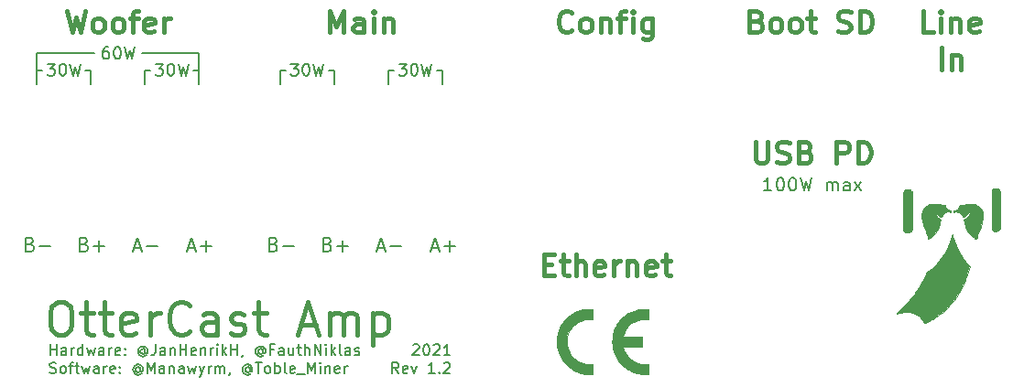
<source format=gto>
G04 #@! TF.GenerationSoftware,KiCad,Pcbnew,5.1.5+dfsg1-2build2*
G04 #@! TF.CreationDate,2021-04-11T15:19:25-07:00*
G04 #@! TF.ProjectId,back,6261636b-2e6b-4696-9361-645f70636258,rev?*
G04 #@! TF.SameCoordinates,Original*
G04 #@! TF.FileFunction,Legend,Top*
G04 #@! TF.FilePolarity,Positive*
%FSLAX46Y46*%
G04 Gerber Fmt 4.6, Leading zero omitted, Abs format (unit mm)*
G04 Created by KiCad (PCBNEW 5.1.5+dfsg1-2build2) date 2021-04-11 15:19:25*
%MOMM*%
%LPD*%
G04 APERTURE LIST*
%ADD10C,0.200000*%
%ADD11C,0.400000*%
%ADD12C,0.180000*%
%ADD13C,0.010000*%
G04 APERTURE END LIST*
D10*
X130000000Y-70000000D02*
X129500000Y-70000000D01*
X134500000Y-71300000D02*
X134500000Y-70000000D01*
X144500000Y-70000000D02*
X144000000Y-70000000D01*
X134500000Y-70000000D02*
X134000000Y-70000000D01*
X139500000Y-71300000D02*
X139500000Y-70000000D01*
X140000000Y-70000000D02*
X139500000Y-70000000D01*
X130480952Y-69397619D02*
X131161904Y-69397619D01*
X130795238Y-69816666D01*
X130952380Y-69816666D01*
X131057142Y-69869047D01*
X131109523Y-69921428D01*
X131161904Y-70026190D01*
X131161904Y-70288095D01*
X131109523Y-70392857D01*
X131057142Y-70445238D01*
X130952380Y-70497619D01*
X130638095Y-70497619D01*
X130533333Y-70445238D01*
X130480952Y-70392857D01*
X131842857Y-69397619D02*
X131947619Y-69397619D01*
X132052380Y-69450000D01*
X132104761Y-69502380D01*
X132157142Y-69607142D01*
X132209523Y-69816666D01*
X132209523Y-70078571D01*
X132157142Y-70288095D01*
X132104761Y-70392857D01*
X132052380Y-70445238D01*
X131947619Y-70497619D01*
X131842857Y-70497619D01*
X131738095Y-70445238D01*
X131685714Y-70392857D01*
X131633333Y-70288095D01*
X131580952Y-70078571D01*
X131580952Y-69816666D01*
X131633333Y-69607142D01*
X131685714Y-69502380D01*
X131738095Y-69450000D01*
X131842857Y-69397619D01*
X132576190Y-69397619D02*
X132838095Y-70497619D01*
X133047619Y-69711904D01*
X133257142Y-70497619D01*
X133519047Y-69397619D01*
X144500000Y-71300000D02*
X144500000Y-70000000D01*
X140480952Y-69397619D02*
X141161904Y-69397619D01*
X140795238Y-69816666D01*
X140952380Y-69816666D01*
X141057142Y-69869047D01*
X141109523Y-69921428D01*
X141161904Y-70026190D01*
X141161904Y-70288095D01*
X141109523Y-70392857D01*
X141057142Y-70445238D01*
X140952380Y-70497619D01*
X140638095Y-70497619D01*
X140533333Y-70445238D01*
X140480952Y-70392857D01*
X141842857Y-69397619D02*
X141947619Y-69397619D01*
X142052380Y-69450000D01*
X142104761Y-69502380D01*
X142157142Y-69607142D01*
X142209523Y-69816666D01*
X142209523Y-70078571D01*
X142157142Y-70288095D01*
X142104761Y-70392857D01*
X142052380Y-70445238D01*
X141947619Y-70497619D01*
X141842857Y-70497619D01*
X141738095Y-70445238D01*
X141685714Y-70392857D01*
X141633333Y-70288095D01*
X141580952Y-70078571D01*
X141580952Y-69816666D01*
X141633333Y-69607142D01*
X141685714Y-69502380D01*
X141738095Y-69450000D01*
X141842857Y-69397619D01*
X142576190Y-69397619D02*
X142838095Y-70497619D01*
X143047619Y-69711904D01*
X143257142Y-70497619D01*
X143519047Y-69397619D01*
X129500000Y-71300000D02*
X129500000Y-70000000D01*
X112000000Y-70000000D02*
X111500000Y-70000000D01*
X112000000Y-71300000D02*
X112000000Y-70000000D01*
X117500000Y-70000000D02*
X117000000Y-70000000D01*
X117000000Y-71300000D02*
X117000000Y-70000000D01*
X107500000Y-70000000D02*
X107000000Y-70000000D01*
X112300000Y-68400000D02*
X107000000Y-68400000D01*
X107000000Y-71300000D02*
X107000000Y-68400000D01*
X122000000Y-70000000D02*
X121500000Y-70000000D01*
X122000000Y-68400000D02*
X116700000Y-68400000D01*
X122000000Y-71300000D02*
X122000000Y-68400000D01*
X113607142Y-67847619D02*
X113397619Y-67847619D01*
X113292857Y-67900000D01*
X113240476Y-67952380D01*
X113135714Y-68109523D01*
X113083333Y-68319047D01*
X113083333Y-68738095D01*
X113135714Y-68842857D01*
X113188095Y-68895238D01*
X113292857Y-68947619D01*
X113502380Y-68947619D01*
X113607142Y-68895238D01*
X113659523Y-68842857D01*
X113711904Y-68738095D01*
X113711904Y-68476190D01*
X113659523Y-68371428D01*
X113607142Y-68319047D01*
X113502380Y-68266666D01*
X113292857Y-68266666D01*
X113188095Y-68319047D01*
X113135714Y-68371428D01*
X113083333Y-68476190D01*
X114392857Y-67847619D02*
X114497619Y-67847619D01*
X114602380Y-67900000D01*
X114654761Y-67952380D01*
X114707142Y-68057142D01*
X114759523Y-68266666D01*
X114759523Y-68528571D01*
X114707142Y-68738095D01*
X114654761Y-68842857D01*
X114602380Y-68895238D01*
X114497619Y-68947619D01*
X114392857Y-68947619D01*
X114288095Y-68895238D01*
X114235714Y-68842857D01*
X114183333Y-68738095D01*
X114130952Y-68528571D01*
X114130952Y-68266666D01*
X114183333Y-68057142D01*
X114235714Y-67952380D01*
X114288095Y-67900000D01*
X114392857Y-67847619D01*
X115126190Y-67847619D02*
X115388095Y-68947619D01*
X115597619Y-68161904D01*
X115807142Y-68947619D01*
X116069047Y-67847619D01*
X107980952Y-69397619D02*
X108661904Y-69397619D01*
X108295238Y-69816666D01*
X108452380Y-69816666D01*
X108557142Y-69869047D01*
X108609523Y-69921428D01*
X108661904Y-70026190D01*
X108661904Y-70288095D01*
X108609523Y-70392857D01*
X108557142Y-70445238D01*
X108452380Y-70497619D01*
X108138095Y-70497619D01*
X108033333Y-70445238D01*
X107980952Y-70392857D01*
X109342857Y-69397619D02*
X109447619Y-69397619D01*
X109552380Y-69450000D01*
X109604761Y-69502380D01*
X109657142Y-69607142D01*
X109709523Y-69816666D01*
X109709523Y-70078571D01*
X109657142Y-70288095D01*
X109604761Y-70392857D01*
X109552380Y-70445238D01*
X109447619Y-70497619D01*
X109342857Y-70497619D01*
X109238095Y-70445238D01*
X109185714Y-70392857D01*
X109133333Y-70288095D01*
X109080952Y-70078571D01*
X109080952Y-69816666D01*
X109133333Y-69607142D01*
X109185714Y-69502380D01*
X109238095Y-69450000D01*
X109342857Y-69397619D01*
X110076190Y-69397619D02*
X110338095Y-70497619D01*
X110547619Y-69711904D01*
X110757142Y-70497619D01*
X111019047Y-69397619D01*
X117980952Y-69397619D02*
X118661904Y-69397619D01*
X118295238Y-69816666D01*
X118452380Y-69816666D01*
X118557142Y-69869047D01*
X118609523Y-69921428D01*
X118661904Y-70026190D01*
X118661904Y-70288095D01*
X118609523Y-70392857D01*
X118557142Y-70445238D01*
X118452380Y-70497619D01*
X118138095Y-70497619D01*
X118033333Y-70445238D01*
X117980952Y-70392857D01*
X119342857Y-69397619D02*
X119447619Y-69397619D01*
X119552380Y-69450000D01*
X119604761Y-69502380D01*
X119657142Y-69607142D01*
X119709523Y-69816666D01*
X119709523Y-70078571D01*
X119657142Y-70288095D01*
X119604761Y-70392857D01*
X119552380Y-70445238D01*
X119447619Y-70497619D01*
X119342857Y-70497619D01*
X119238095Y-70445238D01*
X119185714Y-70392857D01*
X119133333Y-70288095D01*
X119080952Y-70078571D01*
X119080952Y-69816666D01*
X119133333Y-69607142D01*
X119185714Y-69502380D01*
X119238095Y-69450000D01*
X119342857Y-69397619D01*
X120076190Y-69397619D02*
X120338095Y-70497619D01*
X120547619Y-69711904D01*
X120757142Y-70497619D01*
X121019047Y-69397619D01*
D11*
X109785714Y-64504761D02*
X110261904Y-66504761D01*
X110642857Y-65076190D01*
X111023809Y-66504761D01*
X111500000Y-64504761D01*
X112547619Y-66504761D02*
X112357142Y-66409523D01*
X112261904Y-66314285D01*
X112166666Y-66123809D01*
X112166666Y-65552380D01*
X112261904Y-65361904D01*
X112357142Y-65266666D01*
X112547619Y-65171428D01*
X112833333Y-65171428D01*
X113023809Y-65266666D01*
X113119047Y-65361904D01*
X113214285Y-65552380D01*
X113214285Y-66123809D01*
X113119047Y-66314285D01*
X113023809Y-66409523D01*
X112833333Y-66504761D01*
X112547619Y-66504761D01*
X114357142Y-66504761D02*
X114166666Y-66409523D01*
X114071428Y-66314285D01*
X113976190Y-66123809D01*
X113976190Y-65552380D01*
X114071428Y-65361904D01*
X114166666Y-65266666D01*
X114357142Y-65171428D01*
X114642857Y-65171428D01*
X114833333Y-65266666D01*
X114928571Y-65361904D01*
X115023809Y-65552380D01*
X115023809Y-66123809D01*
X114928571Y-66314285D01*
X114833333Y-66409523D01*
X114642857Y-66504761D01*
X114357142Y-66504761D01*
X115595238Y-65171428D02*
X116357142Y-65171428D01*
X115880952Y-66504761D02*
X115880952Y-64790476D01*
X115976190Y-64600000D01*
X116166666Y-64504761D01*
X116357142Y-64504761D01*
X117785714Y-66409523D02*
X117595238Y-66504761D01*
X117214285Y-66504761D01*
X117023809Y-66409523D01*
X116928571Y-66219047D01*
X116928571Y-65457142D01*
X117023809Y-65266666D01*
X117214285Y-65171428D01*
X117595238Y-65171428D01*
X117785714Y-65266666D01*
X117880952Y-65457142D01*
X117880952Y-65647619D01*
X116928571Y-65838095D01*
X118738095Y-66504761D02*
X118738095Y-65171428D01*
X118738095Y-65552380D02*
X118833333Y-65361904D01*
X118928571Y-65266666D01*
X119119047Y-65171428D01*
X119309523Y-65171428D01*
X134047619Y-66504761D02*
X134047619Y-64504761D01*
X134714285Y-65933333D01*
X135380952Y-64504761D01*
X135380952Y-66504761D01*
X137190476Y-66504761D02*
X137190476Y-65457142D01*
X137095238Y-65266666D01*
X136904761Y-65171428D01*
X136523809Y-65171428D01*
X136333333Y-65266666D01*
X137190476Y-66409523D02*
X137000000Y-66504761D01*
X136523809Y-66504761D01*
X136333333Y-66409523D01*
X136238095Y-66219047D01*
X136238095Y-66028571D01*
X136333333Y-65838095D01*
X136523809Y-65742857D01*
X137000000Y-65742857D01*
X137190476Y-65647619D01*
X138142857Y-66504761D02*
X138142857Y-65171428D01*
X138142857Y-64504761D02*
X138047619Y-64600000D01*
X138142857Y-64695238D01*
X138238095Y-64600000D01*
X138142857Y-64504761D01*
X138142857Y-64695238D01*
X139095238Y-65171428D02*
X139095238Y-66504761D01*
X139095238Y-65361904D02*
X139190476Y-65266666D01*
X139380952Y-65171428D01*
X139666666Y-65171428D01*
X139857142Y-65266666D01*
X139952380Y-65457142D01*
X139952380Y-66504761D01*
D10*
X106388095Y-86107142D02*
X106573809Y-86169047D01*
X106635714Y-86230952D01*
X106697619Y-86354761D01*
X106697619Y-86540476D01*
X106635714Y-86664285D01*
X106573809Y-86726190D01*
X106450000Y-86788095D01*
X105954761Y-86788095D01*
X105954761Y-85488095D01*
X106388095Y-85488095D01*
X106511904Y-85550000D01*
X106573809Y-85611904D01*
X106635714Y-85735714D01*
X106635714Y-85859523D01*
X106573809Y-85983333D01*
X106511904Y-86045238D01*
X106388095Y-86107142D01*
X105954761Y-86107142D01*
X107254761Y-86292857D02*
X108245238Y-86292857D01*
X111388095Y-86107142D02*
X111573809Y-86169047D01*
X111635714Y-86230952D01*
X111697619Y-86354761D01*
X111697619Y-86540476D01*
X111635714Y-86664285D01*
X111573809Y-86726190D01*
X111450000Y-86788095D01*
X110954761Y-86788095D01*
X110954761Y-85488095D01*
X111388095Y-85488095D01*
X111511904Y-85550000D01*
X111573809Y-85611904D01*
X111635714Y-85735714D01*
X111635714Y-85859523D01*
X111573809Y-85983333D01*
X111511904Y-86045238D01*
X111388095Y-86107142D01*
X110954761Y-86107142D01*
X112254761Y-86292857D02*
X113245238Y-86292857D01*
X112750000Y-86788095D02*
X112750000Y-85797619D01*
X115985714Y-86416666D02*
X116604761Y-86416666D01*
X115861904Y-86788095D02*
X116295238Y-85488095D01*
X116728571Y-86788095D01*
X117161904Y-86292857D02*
X118152380Y-86292857D01*
X120985714Y-86416666D02*
X121604761Y-86416666D01*
X120861904Y-86788095D02*
X121295238Y-85488095D01*
X121728571Y-86788095D01*
X122161904Y-86292857D02*
X123152380Y-86292857D01*
X122657142Y-86788095D02*
X122657142Y-85797619D01*
X128888095Y-86107142D02*
X129073809Y-86169047D01*
X129135714Y-86230952D01*
X129197619Y-86354761D01*
X129197619Y-86540476D01*
X129135714Y-86664285D01*
X129073809Y-86726190D01*
X128950000Y-86788095D01*
X128454761Y-86788095D01*
X128454761Y-85488095D01*
X128888095Y-85488095D01*
X129011904Y-85550000D01*
X129073809Y-85611904D01*
X129135714Y-85735714D01*
X129135714Y-85859523D01*
X129073809Y-85983333D01*
X129011904Y-86045238D01*
X128888095Y-86107142D01*
X128454761Y-86107142D01*
X129754761Y-86292857D02*
X130745238Y-86292857D01*
X133888095Y-86107142D02*
X134073809Y-86169047D01*
X134135714Y-86230952D01*
X134197619Y-86354761D01*
X134197619Y-86540476D01*
X134135714Y-86664285D01*
X134073809Y-86726190D01*
X133950000Y-86788095D01*
X133454761Y-86788095D01*
X133454761Y-85488095D01*
X133888095Y-85488095D01*
X134011904Y-85550000D01*
X134073809Y-85611904D01*
X134135714Y-85735714D01*
X134135714Y-85859523D01*
X134073809Y-85983333D01*
X134011904Y-86045238D01*
X133888095Y-86107142D01*
X133454761Y-86107142D01*
X134754761Y-86292857D02*
X135745238Y-86292857D01*
X135250000Y-86788095D02*
X135250000Y-85797619D01*
X138485714Y-86416666D02*
X139104761Y-86416666D01*
X138361904Y-86788095D02*
X138795238Y-85488095D01*
X139228571Y-86788095D01*
X139661904Y-86292857D02*
X140652380Y-86292857D01*
X143485714Y-86416666D02*
X144104761Y-86416666D01*
X143361904Y-86788095D02*
X143795238Y-85488095D01*
X144228571Y-86788095D01*
X144661904Y-86292857D02*
X145652380Y-86292857D01*
X145157142Y-86788095D02*
X145157142Y-85797619D01*
D11*
X153885714Y-87957142D02*
X154552380Y-87957142D01*
X154838095Y-89004761D02*
X153885714Y-89004761D01*
X153885714Y-87004761D01*
X154838095Y-87004761D01*
X155409523Y-87671428D02*
X156171428Y-87671428D01*
X155695238Y-87004761D02*
X155695238Y-88719047D01*
X155790476Y-88909523D01*
X155980952Y-89004761D01*
X156171428Y-89004761D01*
X156838095Y-89004761D02*
X156838095Y-87004761D01*
X157695238Y-89004761D02*
X157695238Y-87957142D01*
X157600000Y-87766666D01*
X157409523Y-87671428D01*
X157123809Y-87671428D01*
X156933333Y-87766666D01*
X156838095Y-87861904D01*
X159409523Y-88909523D02*
X159219047Y-89004761D01*
X158838095Y-89004761D01*
X158647619Y-88909523D01*
X158552380Y-88719047D01*
X158552380Y-87957142D01*
X158647619Y-87766666D01*
X158838095Y-87671428D01*
X159219047Y-87671428D01*
X159409523Y-87766666D01*
X159504761Y-87957142D01*
X159504761Y-88147619D01*
X158552380Y-88338095D01*
X160361904Y-89004761D02*
X160361904Y-87671428D01*
X160361904Y-88052380D02*
X160457142Y-87861904D01*
X160552380Y-87766666D01*
X160742857Y-87671428D01*
X160933333Y-87671428D01*
X161600000Y-87671428D02*
X161600000Y-89004761D01*
X161600000Y-87861904D02*
X161695238Y-87766666D01*
X161885714Y-87671428D01*
X162171428Y-87671428D01*
X162361904Y-87766666D01*
X162457142Y-87957142D01*
X162457142Y-89004761D01*
X164171428Y-88909523D02*
X163980952Y-89004761D01*
X163600000Y-89004761D01*
X163409523Y-88909523D01*
X163314285Y-88719047D01*
X163314285Y-87957142D01*
X163409523Y-87766666D01*
X163600000Y-87671428D01*
X163980952Y-87671428D01*
X164171428Y-87766666D01*
X164266666Y-87957142D01*
X164266666Y-88147619D01*
X163314285Y-88338095D01*
X164838095Y-87671428D02*
X165600000Y-87671428D01*
X165123809Y-87004761D02*
X165123809Y-88719047D01*
X165219047Y-88909523D01*
X165409523Y-89004761D01*
X165600000Y-89004761D01*
X108945714Y-91457142D02*
X109517142Y-91457142D01*
X109802857Y-91600000D01*
X110088571Y-91885714D01*
X110231428Y-92457142D01*
X110231428Y-93457142D01*
X110088571Y-94028571D01*
X109802857Y-94314285D01*
X109517142Y-94457142D01*
X108945714Y-94457142D01*
X108660000Y-94314285D01*
X108374285Y-94028571D01*
X108231428Y-93457142D01*
X108231428Y-92457142D01*
X108374285Y-91885714D01*
X108660000Y-91600000D01*
X108945714Y-91457142D01*
X111088571Y-92457142D02*
X112231428Y-92457142D01*
X111517142Y-91457142D02*
X111517142Y-94028571D01*
X111660000Y-94314285D01*
X111945714Y-94457142D01*
X112231428Y-94457142D01*
X112802857Y-92457142D02*
X113945714Y-92457142D01*
X113231428Y-91457142D02*
X113231428Y-94028571D01*
X113374285Y-94314285D01*
X113660000Y-94457142D01*
X113945714Y-94457142D01*
X116088571Y-94314285D02*
X115802857Y-94457142D01*
X115231428Y-94457142D01*
X114945714Y-94314285D01*
X114802857Y-94028571D01*
X114802857Y-92885714D01*
X114945714Y-92600000D01*
X115231428Y-92457142D01*
X115802857Y-92457142D01*
X116088571Y-92600000D01*
X116231428Y-92885714D01*
X116231428Y-93171428D01*
X114802857Y-93457142D01*
X117517142Y-94457142D02*
X117517142Y-92457142D01*
X117517142Y-93028571D02*
X117660000Y-92742857D01*
X117802857Y-92600000D01*
X118088571Y-92457142D01*
X118374285Y-92457142D01*
X121088571Y-94171428D02*
X120945714Y-94314285D01*
X120517142Y-94457142D01*
X120231428Y-94457142D01*
X119802857Y-94314285D01*
X119517142Y-94028571D01*
X119374285Y-93742857D01*
X119231428Y-93171428D01*
X119231428Y-92742857D01*
X119374285Y-92171428D01*
X119517142Y-91885714D01*
X119802857Y-91600000D01*
X120231428Y-91457142D01*
X120517142Y-91457142D01*
X120945714Y-91600000D01*
X121088571Y-91742857D01*
X123660000Y-94457142D02*
X123660000Y-92885714D01*
X123517142Y-92600000D01*
X123231428Y-92457142D01*
X122660000Y-92457142D01*
X122374285Y-92600000D01*
X123660000Y-94314285D02*
X123374285Y-94457142D01*
X122660000Y-94457142D01*
X122374285Y-94314285D01*
X122231428Y-94028571D01*
X122231428Y-93742857D01*
X122374285Y-93457142D01*
X122660000Y-93314285D01*
X123374285Y-93314285D01*
X123660000Y-93171428D01*
X124945714Y-94314285D02*
X125231428Y-94457142D01*
X125802857Y-94457142D01*
X126088571Y-94314285D01*
X126231428Y-94028571D01*
X126231428Y-93885714D01*
X126088571Y-93600000D01*
X125802857Y-93457142D01*
X125374285Y-93457142D01*
X125088571Y-93314285D01*
X124945714Y-93028571D01*
X124945714Y-92885714D01*
X125088571Y-92600000D01*
X125374285Y-92457142D01*
X125802857Y-92457142D01*
X126088571Y-92600000D01*
X127088571Y-92457142D02*
X128231428Y-92457142D01*
X127517142Y-91457142D02*
X127517142Y-94028571D01*
X127660000Y-94314285D01*
X127945714Y-94457142D01*
X128231428Y-94457142D01*
X131374285Y-93600000D02*
X132802857Y-93600000D01*
X131088571Y-94457142D02*
X132088571Y-91457142D01*
X133088571Y-94457142D01*
X134088571Y-94457142D02*
X134088571Y-92457142D01*
X134088571Y-92742857D02*
X134231428Y-92600000D01*
X134517142Y-92457142D01*
X134945714Y-92457142D01*
X135231428Y-92600000D01*
X135374285Y-92885714D01*
X135374285Y-94457142D01*
X135374285Y-92885714D02*
X135517142Y-92600000D01*
X135802857Y-92457142D01*
X136231428Y-92457142D01*
X136517142Y-92600000D01*
X136660000Y-92885714D01*
X136660000Y-94457142D01*
X138088571Y-92457142D02*
X138088571Y-95457142D01*
X138088571Y-92600000D02*
X138374285Y-92457142D01*
X138945714Y-92457142D01*
X139231428Y-92600000D01*
X139374285Y-92742857D01*
X139517142Y-93028571D01*
X139517142Y-93885714D01*
X139374285Y-94171428D01*
X139231428Y-94314285D01*
X138945714Y-94457142D01*
X138374285Y-94457142D01*
X138088571Y-94314285D01*
D12*
X108255095Y-96362380D02*
X108255095Y-95362380D01*
X108255095Y-95838571D02*
X108826523Y-95838571D01*
X108826523Y-96362380D02*
X108826523Y-95362380D01*
X109731285Y-96362380D02*
X109731285Y-95838571D01*
X109683666Y-95743333D01*
X109588428Y-95695714D01*
X109397952Y-95695714D01*
X109302714Y-95743333D01*
X109731285Y-96314761D02*
X109636047Y-96362380D01*
X109397952Y-96362380D01*
X109302714Y-96314761D01*
X109255095Y-96219523D01*
X109255095Y-96124285D01*
X109302714Y-96029047D01*
X109397952Y-95981428D01*
X109636047Y-95981428D01*
X109731285Y-95933809D01*
X110207476Y-96362380D02*
X110207476Y-95695714D01*
X110207476Y-95886190D02*
X110255095Y-95790952D01*
X110302714Y-95743333D01*
X110397952Y-95695714D01*
X110493190Y-95695714D01*
X111255095Y-96362380D02*
X111255095Y-95362380D01*
X111255095Y-96314761D02*
X111159857Y-96362380D01*
X110969380Y-96362380D01*
X110874142Y-96314761D01*
X110826523Y-96267142D01*
X110778904Y-96171904D01*
X110778904Y-95886190D01*
X110826523Y-95790952D01*
X110874142Y-95743333D01*
X110969380Y-95695714D01*
X111159857Y-95695714D01*
X111255095Y-95743333D01*
X111636047Y-95695714D02*
X111826523Y-96362380D01*
X112017000Y-95886190D01*
X112207476Y-96362380D01*
X112397952Y-95695714D01*
X113207476Y-96362380D02*
X113207476Y-95838571D01*
X113159857Y-95743333D01*
X113064619Y-95695714D01*
X112874142Y-95695714D01*
X112778904Y-95743333D01*
X113207476Y-96314761D02*
X113112238Y-96362380D01*
X112874142Y-96362380D01*
X112778904Y-96314761D01*
X112731285Y-96219523D01*
X112731285Y-96124285D01*
X112778904Y-96029047D01*
X112874142Y-95981428D01*
X113112238Y-95981428D01*
X113207476Y-95933809D01*
X113683666Y-96362380D02*
X113683666Y-95695714D01*
X113683666Y-95886190D02*
X113731285Y-95790952D01*
X113778904Y-95743333D01*
X113874142Y-95695714D01*
X113969380Y-95695714D01*
X114683666Y-96314761D02*
X114588428Y-96362380D01*
X114397952Y-96362380D01*
X114302714Y-96314761D01*
X114255095Y-96219523D01*
X114255095Y-95838571D01*
X114302714Y-95743333D01*
X114397952Y-95695714D01*
X114588428Y-95695714D01*
X114683666Y-95743333D01*
X114731285Y-95838571D01*
X114731285Y-95933809D01*
X114255095Y-96029047D01*
X115159857Y-96267142D02*
X115207476Y-96314761D01*
X115159857Y-96362380D01*
X115112238Y-96314761D01*
X115159857Y-96267142D01*
X115159857Y-96362380D01*
X115159857Y-95743333D02*
X115207476Y-95790952D01*
X115159857Y-95838571D01*
X115112238Y-95790952D01*
X115159857Y-95743333D01*
X115159857Y-95838571D01*
X117017000Y-95886190D02*
X116969380Y-95838571D01*
X116874142Y-95790952D01*
X116778904Y-95790952D01*
X116683666Y-95838571D01*
X116636047Y-95886190D01*
X116588428Y-95981428D01*
X116588428Y-96076666D01*
X116636047Y-96171904D01*
X116683666Y-96219523D01*
X116778904Y-96267142D01*
X116874142Y-96267142D01*
X116969380Y-96219523D01*
X117017000Y-96171904D01*
X117017000Y-95790952D02*
X117017000Y-96171904D01*
X117064619Y-96219523D01*
X117112238Y-96219523D01*
X117207476Y-96171904D01*
X117255095Y-96076666D01*
X117255095Y-95838571D01*
X117159857Y-95695714D01*
X117017000Y-95600476D01*
X116826523Y-95552857D01*
X116636047Y-95600476D01*
X116493190Y-95695714D01*
X116397952Y-95838571D01*
X116350333Y-96029047D01*
X116397952Y-96219523D01*
X116493190Y-96362380D01*
X116636047Y-96457619D01*
X116826523Y-96505238D01*
X117017000Y-96457619D01*
X117159857Y-96362380D01*
X117969380Y-95362380D02*
X117969380Y-96076666D01*
X117921761Y-96219523D01*
X117826523Y-96314761D01*
X117683666Y-96362380D01*
X117588428Y-96362380D01*
X118874142Y-96362380D02*
X118874142Y-95838571D01*
X118826523Y-95743333D01*
X118731285Y-95695714D01*
X118540809Y-95695714D01*
X118445571Y-95743333D01*
X118874142Y-96314761D02*
X118778904Y-96362380D01*
X118540809Y-96362380D01*
X118445571Y-96314761D01*
X118397952Y-96219523D01*
X118397952Y-96124285D01*
X118445571Y-96029047D01*
X118540809Y-95981428D01*
X118778904Y-95981428D01*
X118874142Y-95933809D01*
X119350333Y-95695714D02*
X119350333Y-96362380D01*
X119350333Y-95790952D02*
X119397952Y-95743333D01*
X119493190Y-95695714D01*
X119636047Y-95695714D01*
X119731285Y-95743333D01*
X119778904Y-95838571D01*
X119778904Y-96362380D01*
X120255095Y-96362380D02*
X120255095Y-95362380D01*
X120255095Y-95838571D02*
X120826523Y-95838571D01*
X120826523Y-96362380D02*
X120826523Y-95362380D01*
X121683666Y-96314761D02*
X121588428Y-96362380D01*
X121397952Y-96362380D01*
X121302714Y-96314761D01*
X121255095Y-96219523D01*
X121255095Y-95838571D01*
X121302714Y-95743333D01*
X121397952Y-95695714D01*
X121588428Y-95695714D01*
X121683666Y-95743333D01*
X121731285Y-95838571D01*
X121731285Y-95933809D01*
X121255095Y-96029047D01*
X122159857Y-95695714D02*
X122159857Y-96362380D01*
X122159857Y-95790952D02*
X122207476Y-95743333D01*
X122302714Y-95695714D01*
X122445571Y-95695714D01*
X122540809Y-95743333D01*
X122588428Y-95838571D01*
X122588428Y-96362380D01*
X123064619Y-96362380D02*
X123064619Y-95695714D01*
X123064619Y-95886190D02*
X123112238Y-95790952D01*
X123159857Y-95743333D01*
X123255095Y-95695714D01*
X123350333Y-95695714D01*
X123683666Y-96362380D02*
X123683666Y-95695714D01*
X123683666Y-95362380D02*
X123636047Y-95410000D01*
X123683666Y-95457619D01*
X123731285Y-95410000D01*
X123683666Y-95362380D01*
X123683666Y-95457619D01*
X124159857Y-96362380D02*
X124159857Y-95362380D01*
X124255095Y-95981428D02*
X124540809Y-96362380D01*
X124540809Y-95695714D02*
X124159857Y-96076666D01*
X124969380Y-96362380D02*
X124969380Y-95362380D01*
X124969380Y-95838571D02*
X125540809Y-95838571D01*
X125540809Y-96362380D02*
X125540809Y-95362380D01*
X126064619Y-96314761D02*
X126064619Y-96362380D01*
X126017000Y-96457619D01*
X125969380Y-96505238D01*
X127874142Y-95886190D02*
X127826523Y-95838571D01*
X127731285Y-95790952D01*
X127636047Y-95790952D01*
X127540809Y-95838571D01*
X127493190Y-95886190D01*
X127445571Y-95981428D01*
X127445571Y-96076666D01*
X127493190Y-96171904D01*
X127540809Y-96219523D01*
X127636047Y-96267142D01*
X127731285Y-96267142D01*
X127826523Y-96219523D01*
X127874142Y-96171904D01*
X127874142Y-95790952D02*
X127874142Y-96171904D01*
X127921761Y-96219523D01*
X127969380Y-96219523D01*
X128064619Y-96171904D01*
X128112238Y-96076666D01*
X128112238Y-95838571D01*
X128017000Y-95695714D01*
X127874142Y-95600476D01*
X127683666Y-95552857D01*
X127493190Y-95600476D01*
X127350333Y-95695714D01*
X127255095Y-95838571D01*
X127207476Y-96029047D01*
X127255095Y-96219523D01*
X127350333Y-96362380D01*
X127493190Y-96457619D01*
X127683666Y-96505238D01*
X127874142Y-96457619D01*
X128017000Y-96362380D01*
X128874142Y-95838571D02*
X128540809Y-95838571D01*
X128540809Y-96362380D02*
X128540809Y-95362380D01*
X129017000Y-95362380D01*
X129826523Y-96362380D02*
X129826523Y-95838571D01*
X129778904Y-95743333D01*
X129683666Y-95695714D01*
X129493190Y-95695714D01*
X129397952Y-95743333D01*
X129826523Y-96314761D02*
X129731285Y-96362380D01*
X129493190Y-96362380D01*
X129397952Y-96314761D01*
X129350333Y-96219523D01*
X129350333Y-96124285D01*
X129397952Y-96029047D01*
X129493190Y-95981428D01*
X129731285Y-95981428D01*
X129826523Y-95933809D01*
X130731285Y-95695714D02*
X130731285Y-96362380D01*
X130302714Y-95695714D02*
X130302714Y-96219523D01*
X130350333Y-96314761D01*
X130445571Y-96362380D01*
X130588428Y-96362380D01*
X130683666Y-96314761D01*
X130731285Y-96267142D01*
X131064619Y-95695714D02*
X131445571Y-95695714D01*
X131207476Y-95362380D02*
X131207476Y-96219523D01*
X131255095Y-96314761D01*
X131350333Y-96362380D01*
X131445571Y-96362380D01*
X131778904Y-96362380D02*
X131778904Y-95362380D01*
X132207476Y-96362380D02*
X132207476Y-95838571D01*
X132159857Y-95743333D01*
X132064619Y-95695714D01*
X131921761Y-95695714D01*
X131826523Y-95743333D01*
X131778904Y-95790952D01*
X132683666Y-96362380D02*
X132683666Y-95362380D01*
X133255095Y-96362380D01*
X133255095Y-95362380D01*
X133731285Y-96362380D02*
X133731285Y-95695714D01*
X133731285Y-95362380D02*
X133683666Y-95410000D01*
X133731285Y-95457619D01*
X133778904Y-95410000D01*
X133731285Y-95362380D01*
X133731285Y-95457619D01*
X134207476Y-96362380D02*
X134207476Y-95362380D01*
X134302714Y-95981428D02*
X134588428Y-96362380D01*
X134588428Y-95695714D02*
X134207476Y-96076666D01*
X135159857Y-96362380D02*
X135064619Y-96314761D01*
X135017000Y-96219523D01*
X135017000Y-95362380D01*
X135969380Y-96362380D02*
X135969380Y-95838571D01*
X135921761Y-95743333D01*
X135826523Y-95695714D01*
X135636047Y-95695714D01*
X135540809Y-95743333D01*
X135969380Y-96314761D02*
X135874142Y-96362380D01*
X135636047Y-96362380D01*
X135540809Y-96314761D01*
X135493190Y-96219523D01*
X135493190Y-96124285D01*
X135540809Y-96029047D01*
X135636047Y-95981428D01*
X135874142Y-95981428D01*
X135969380Y-95933809D01*
X136397952Y-96314761D02*
X136493190Y-96362380D01*
X136683666Y-96362380D01*
X136778904Y-96314761D01*
X136826523Y-96219523D01*
X136826523Y-96171904D01*
X136778904Y-96076666D01*
X136683666Y-96029047D01*
X136540809Y-96029047D01*
X136445571Y-95981428D01*
X136397952Y-95886190D01*
X136397952Y-95838571D01*
X136445571Y-95743333D01*
X136540809Y-95695714D01*
X136683666Y-95695714D01*
X136778904Y-95743333D01*
X141778904Y-95457619D02*
X141826523Y-95410000D01*
X141921761Y-95362380D01*
X142159857Y-95362380D01*
X142255095Y-95410000D01*
X142302714Y-95457619D01*
X142350333Y-95552857D01*
X142350333Y-95648095D01*
X142302714Y-95790952D01*
X141731285Y-96362380D01*
X142350333Y-96362380D01*
X142969380Y-95362380D02*
X143064619Y-95362380D01*
X143159857Y-95410000D01*
X143207476Y-95457619D01*
X143255095Y-95552857D01*
X143302714Y-95743333D01*
X143302714Y-95981428D01*
X143255095Y-96171904D01*
X143207476Y-96267142D01*
X143159857Y-96314761D01*
X143064619Y-96362380D01*
X142969380Y-96362380D01*
X142874142Y-96314761D01*
X142826523Y-96267142D01*
X142778904Y-96171904D01*
X142731285Y-95981428D01*
X142731285Y-95743333D01*
X142778904Y-95552857D01*
X142826523Y-95457619D01*
X142874142Y-95410000D01*
X142969380Y-95362380D01*
X143683666Y-95457619D02*
X143731285Y-95410000D01*
X143826523Y-95362380D01*
X144064619Y-95362380D01*
X144159857Y-95410000D01*
X144207476Y-95457619D01*
X144255095Y-95552857D01*
X144255095Y-95648095D01*
X144207476Y-95790952D01*
X143636047Y-96362380D01*
X144255095Y-96362380D01*
X145207476Y-96362380D02*
X144636047Y-96362380D01*
X144921761Y-96362380D02*
X144921761Y-95362380D01*
X144826523Y-95505238D01*
X144731285Y-95600476D01*
X144636047Y-95648095D01*
X108207476Y-97994761D02*
X108350333Y-98042380D01*
X108588428Y-98042380D01*
X108683666Y-97994761D01*
X108731285Y-97947142D01*
X108778904Y-97851904D01*
X108778904Y-97756666D01*
X108731285Y-97661428D01*
X108683666Y-97613809D01*
X108588428Y-97566190D01*
X108397952Y-97518571D01*
X108302714Y-97470952D01*
X108255095Y-97423333D01*
X108207476Y-97328095D01*
X108207476Y-97232857D01*
X108255095Y-97137619D01*
X108302714Y-97090000D01*
X108397952Y-97042380D01*
X108636047Y-97042380D01*
X108778904Y-97090000D01*
X109350333Y-98042380D02*
X109255095Y-97994761D01*
X109207476Y-97947142D01*
X109159857Y-97851904D01*
X109159857Y-97566190D01*
X109207476Y-97470952D01*
X109255095Y-97423333D01*
X109350333Y-97375714D01*
X109493190Y-97375714D01*
X109588428Y-97423333D01*
X109636047Y-97470952D01*
X109683666Y-97566190D01*
X109683666Y-97851904D01*
X109636047Y-97947142D01*
X109588428Y-97994761D01*
X109493190Y-98042380D01*
X109350333Y-98042380D01*
X109969380Y-97375714D02*
X110350333Y-97375714D01*
X110112238Y-98042380D02*
X110112238Y-97185238D01*
X110159857Y-97090000D01*
X110255095Y-97042380D01*
X110350333Y-97042380D01*
X110540809Y-97375714D02*
X110921761Y-97375714D01*
X110683666Y-97042380D02*
X110683666Y-97899523D01*
X110731285Y-97994761D01*
X110826523Y-98042380D01*
X110921761Y-98042380D01*
X111159857Y-97375714D02*
X111350333Y-98042380D01*
X111540809Y-97566190D01*
X111731285Y-98042380D01*
X111921761Y-97375714D01*
X112731285Y-98042380D02*
X112731285Y-97518571D01*
X112683666Y-97423333D01*
X112588428Y-97375714D01*
X112397952Y-97375714D01*
X112302714Y-97423333D01*
X112731285Y-97994761D02*
X112636047Y-98042380D01*
X112397952Y-98042380D01*
X112302714Y-97994761D01*
X112255095Y-97899523D01*
X112255095Y-97804285D01*
X112302714Y-97709047D01*
X112397952Y-97661428D01*
X112636047Y-97661428D01*
X112731285Y-97613809D01*
X113207476Y-98042380D02*
X113207476Y-97375714D01*
X113207476Y-97566190D02*
X113255095Y-97470952D01*
X113302714Y-97423333D01*
X113397952Y-97375714D01*
X113493190Y-97375714D01*
X114207476Y-97994761D02*
X114112238Y-98042380D01*
X113921761Y-98042380D01*
X113826523Y-97994761D01*
X113778904Y-97899523D01*
X113778904Y-97518571D01*
X113826523Y-97423333D01*
X113921761Y-97375714D01*
X114112238Y-97375714D01*
X114207476Y-97423333D01*
X114255095Y-97518571D01*
X114255095Y-97613809D01*
X113778904Y-97709047D01*
X114683666Y-97947142D02*
X114731285Y-97994761D01*
X114683666Y-98042380D01*
X114636047Y-97994761D01*
X114683666Y-97947142D01*
X114683666Y-98042380D01*
X114683666Y-97423333D02*
X114731285Y-97470952D01*
X114683666Y-97518571D01*
X114636047Y-97470952D01*
X114683666Y-97423333D01*
X114683666Y-97518571D01*
X116540809Y-97566190D02*
X116493190Y-97518571D01*
X116397952Y-97470952D01*
X116302714Y-97470952D01*
X116207476Y-97518571D01*
X116159857Y-97566190D01*
X116112238Y-97661428D01*
X116112238Y-97756666D01*
X116159857Y-97851904D01*
X116207476Y-97899523D01*
X116302714Y-97947142D01*
X116397952Y-97947142D01*
X116493190Y-97899523D01*
X116540809Y-97851904D01*
X116540809Y-97470952D02*
X116540809Y-97851904D01*
X116588428Y-97899523D01*
X116636047Y-97899523D01*
X116731285Y-97851904D01*
X116778904Y-97756666D01*
X116778904Y-97518571D01*
X116683666Y-97375714D01*
X116540809Y-97280476D01*
X116350333Y-97232857D01*
X116159857Y-97280476D01*
X116017000Y-97375714D01*
X115921761Y-97518571D01*
X115874142Y-97709047D01*
X115921761Y-97899523D01*
X116017000Y-98042380D01*
X116159857Y-98137619D01*
X116350333Y-98185238D01*
X116540809Y-98137619D01*
X116683666Y-98042380D01*
X117207476Y-98042380D02*
X117207476Y-97042380D01*
X117540809Y-97756666D01*
X117874142Y-97042380D01*
X117874142Y-98042380D01*
X118778904Y-98042380D02*
X118778904Y-97518571D01*
X118731285Y-97423333D01*
X118636047Y-97375714D01*
X118445571Y-97375714D01*
X118350333Y-97423333D01*
X118778904Y-97994761D02*
X118683666Y-98042380D01*
X118445571Y-98042380D01*
X118350333Y-97994761D01*
X118302714Y-97899523D01*
X118302714Y-97804285D01*
X118350333Y-97709047D01*
X118445571Y-97661428D01*
X118683666Y-97661428D01*
X118778904Y-97613809D01*
X119255095Y-97375714D02*
X119255095Y-98042380D01*
X119255095Y-97470952D02*
X119302714Y-97423333D01*
X119397952Y-97375714D01*
X119540809Y-97375714D01*
X119636047Y-97423333D01*
X119683666Y-97518571D01*
X119683666Y-98042380D01*
X120588428Y-98042380D02*
X120588428Y-97518571D01*
X120540809Y-97423333D01*
X120445571Y-97375714D01*
X120255095Y-97375714D01*
X120159857Y-97423333D01*
X120588428Y-97994761D02*
X120493190Y-98042380D01*
X120255095Y-98042380D01*
X120159857Y-97994761D01*
X120112238Y-97899523D01*
X120112238Y-97804285D01*
X120159857Y-97709047D01*
X120255095Y-97661428D01*
X120493190Y-97661428D01*
X120588428Y-97613809D01*
X120969380Y-97375714D02*
X121159857Y-98042380D01*
X121350333Y-97566190D01*
X121540809Y-98042380D01*
X121731285Y-97375714D01*
X122017000Y-97375714D02*
X122255095Y-98042380D01*
X122493190Y-97375714D02*
X122255095Y-98042380D01*
X122159857Y-98280476D01*
X122112238Y-98328095D01*
X122017000Y-98375714D01*
X122874142Y-98042380D02*
X122874142Y-97375714D01*
X122874142Y-97566190D02*
X122921761Y-97470952D01*
X122969380Y-97423333D01*
X123064619Y-97375714D01*
X123159857Y-97375714D01*
X123493190Y-98042380D02*
X123493190Y-97375714D01*
X123493190Y-97470952D02*
X123540809Y-97423333D01*
X123636047Y-97375714D01*
X123778904Y-97375714D01*
X123874142Y-97423333D01*
X123921761Y-97518571D01*
X123921761Y-98042380D01*
X123921761Y-97518571D02*
X123969380Y-97423333D01*
X124064619Y-97375714D01*
X124207476Y-97375714D01*
X124302714Y-97423333D01*
X124350333Y-97518571D01*
X124350333Y-98042380D01*
X124874142Y-97994761D02*
X124874142Y-98042380D01*
X124826523Y-98137619D01*
X124778904Y-98185238D01*
X126683666Y-97566190D02*
X126636047Y-97518571D01*
X126540809Y-97470952D01*
X126445571Y-97470952D01*
X126350333Y-97518571D01*
X126302714Y-97566190D01*
X126255095Y-97661428D01*
X126255095Y-97756666D01*
X126302714Y-97851904D01*
X126350333Y-97899523D01*
X126445571Y-97947142D01*
X126540809Y-97947142D01*
X126636047Y-97899523D01*
X126683666Y-97851904D01*
X126683666Y-97470952D02*
X126683666Y-97851904D01*
X126731285Y-97899523D01*
X126778904Y-97899523D01*
X126874142Y-97851904D01*
X126921761Y-97756666D01*
X126921761Y-97518571D01*
X126826523Y-97375714D01*
X126683666Y-97280476D01*
X126493190Y-97232857D01*
X126302714Y-97280476D01*
X126159857Y-97375714D01*
X126064619Y-97518571D01*
X126017000Y-97709047D01*
X126064619Y-97899523D01*
X126159857Y-98042380D01*
X126302714Y-98137619D01*
X126493190Y-98185238D01*
X126683666Y-98137619D01*
X126826523Y-98042380D01*
X127207476Y-97042380D02*
X127778904Y-97042380D01*
X127493190Y-98042380D02*
X127493190Y-97042380D01*
X128255095Y-98042380D02*
X128159857Y-97994761D01*
X128112238Y-97947142D01*
X128064619Y-97851904D01*
X128064619Y-97566190D01*
X128112238Y-97470952D01*
X128159857Y-97423333D01*
X128255095Y-97375714D01*
X128397952Y-97375714D01*
X128493190Y-97423333D01*
X128540809Y-97470952D01*
X128588428Y-97566190D01*
X128588428Y-97851904D01*
X128540809Y-97947142D01*
X128493190Y-97994761D01*
X128397952Y-98042380D01*
X128255095Y-98042380D01*
X129017000Y-98042380D02*
X129017000Y-97042380D01*
X129017000Y-97423333D02*
X129112238Y-97375714D01*
X129302714Y-97375714D01*
X129397952Y-97423333D01*
X129445571Y-97470952D01*
X129493190Y-97566190D01*
X129493190Y-97851904D01*
X129445571Y-97947142D01*
X129397952Y-97994761D01*
X129302714Y-98042380D01*
X129112238Y-98042380D01*
X129017000Y-97994761D01*
X130064619Y-98042380D02*
X129969380Y-97994761D01*
X129921761Y-97899523D01*
X129921761Y-97042380D01*
X130826523Y-97994761D02*
X130731285Y-98042380D01*
X130540809Y-98042380D01*
X130445571Y-97994761D01*
X130397952Y-97899523D01*
X130397952Y-97518571D01*
X130445571Y-97423333D01*
X130540809Y-97375714D01*
X130731285Y-97375714D01*
X130826523Y-97423333D01*
X130874142Y-97518571D01*
X130874142Y-97613809D01*
X130397952Y-97709047D01*
X131064619Y-98137619D02*
X131826523Y-98137619D01*
X132064619Y-98042380D02*
X132064619Y-97042380D01*
X132397952Y-97756666D01*
X132731285Y-97042380D01*
X132731285Y-98042380D01*
X133207476Y-98042380D02*
X133207476Y-97375714D01*
X133207476Y-97042380D02*
X133159857Y-97090000D01*
X133207476Y-97137619D01*
X133255095Y-97090000D01*
X133207476Y-97042380D01*
X133207476Y-97137619D01*
X133683666Y-97375714D02*
X133683666Y-98042380D01*
X133683666Y-97470952D02*
X133731285Y-97423333D01*
X133826523Y-97375714D01*
X133969380Y-97375714D01*
X134064619Y-97423333D01*
X134112238Y-97518571D01*
X134112238Y-98042380D01*
X134969380Y-97994761D02*
X134874142Y-98042380D01*
X134683666Y-98042380D01*
X134588428Y-97994761D01*
X134540809Y-97899523D01*
X134540809Y-97518571D01*
X134588428Y-97423333D01*
X134683666Y-97375714D01*
X134874142Y-97375714D01*
X134969380Y-97423333D01*
X135017000Y-97518571D01*
X135017000Y-97613809D01*
X134540809Y-97709047D01*
X135445571Y-98042380D02*
X135445571Y-97375714D01*
X135445571Y-97566190D02*
X135493190Y-97470952D01*
X135540809Y-97423333D01*
X135636047Y-97375714D01*
X135731285Y-97375714D01*
X140445571Y-98042380D02*
X140112238Y-97566190D01*
X139874142Y-98042380D02*
X139874142Y-97042380D01*
X140255095Y-97042380D01*
X140350333Y-97090000D01*
X140397952Y-97137619D01*
X140445571Y-97232857D01*
X140445571Y-97375714D01*
X140397952Y-97470952D01*
X140350333Y-97518571D01*
X140255095Y-97566190D01*
X139874142Y-97566190D01*
X141255095Y-97994761D02*
X141159857Y-98042380D01*
X140969380Y-98042380D01*
X140874142Y-97994761D01*
X140826523Y-97899523D01*
X140826523Y-97518571D01*
X140874142Y-97423333D01*
X140969380Y-97375714D01*
X141159857Y-97375714D01*
X141255095Y-97423333D01*
X141302714Y-97518571D01*
X141302714Y-97613809D01*
X140826523Y-97709047D01*
X141636047Y-97375714D02*
X141874142Y-98042380D01*
X142112238Y-97375714D01*
X143778904Y-98042380D02*
X143207476Y-98042380D01*
X143493190Y-98042380D02*
X143493190Y-97042380D01*
X143397952Y-97185238D01*
X143302714Y-97280476D01*
X143207476Y-97328095D01*
X144207476Y-97947142D02*
X144255095Y-97994761D01*
X144207476Y-98042380D01*
X144159857Y-97994761D01*
X144207476Y-97947142D01*
X144207476Y-98042380D01*
X144636047Y-97137619D02*
X144683666Y-97090000D01*
X144778904Y-97042380D01*
X145017000Y-97042380D01*
X145112238Y-97090000D01*
X145159857Y-97137619D01*
X145207476Y-97232857D01*
X145207476Y-97328095D01*
X145159857Y-97470952D01*
X144588428Y-98042380D01*
X145207476Y-98042380D01*
D10*
X174928571Y-81142857D02*
X174242857Y-81142857D01*
X174585714Y-81142857D02*
X174585714Y-79942857D01*
X174471428Y-80114285D01*
X174357142Y-80228571D01*
X174242857Y-80285714D01*
X175671428Y-79942857D02*
X175785714Y-79942857D01*
X175900000Y-80000000D01*
X175957142Y-80057142D01*
X176014285Y-80171428D01*
X176071428Y-80400000D01*
X176071428Y-80685714D01*
X176014285Y-80914285D01*
X175957142Y-81028571D01*
X175900000Y-81085714D01*
X175785714Y-81142857D01*
X175671428Y-81142857D01*
X175557142Y-81085714D01*
X175500000Y-81028571D01*
X175442857Y-80914285D01*
X175385714Y-80685714D01*
X175385714Y-80400000D01*
X175442857Y-80171428D01*
X175500000Y-80057142D01*
X175557142Y-80000000D01*
X175671428Y-79942857D01*
X176814285Y-79942857D02*
X176928571Y-79942857D01*
X177042857Y-80000000D01*
X177100000Y-80057142D01*
X177157142Y-80171428D01*
X177214285Y-80400000D01*
X177214285Y-80685714D01*
X177157142Y-80914285D01*
X177100000Y-81028571D01*
X177042857Y-81085714D01*
X176928571Y-81142857D01*
X176814285Y-81142857D01*
X176700000Y-81085714D01*
X176642857Y-81028571D01*
X176585714Y-80914285D01*
X176528571Y-80685714D01*
X176528571Y-80400000D01*
X176585714Y-80171428D01*
X176642857Y-80057142D01*
X176700000Y-80000000D01*
X176814285Y-79942857D01*
X177614285Y-79942857D02*
X177900000Y-81142857D01*
X178128571Y-80285714D01*
X178357142Y-81142857D01*
X178642857Y-79942857D01*
X180014285Y-81142857D02*
X180014285Y-80342857D01*
X180014285Y-80457142D02*
X180071428Y-80400000D01*
X180185714Y-80342857D01*
X180357142Y-80342857D01*
X180471428Y-80400000D01*
X180528571Y-80514285D01*
X180528571Y-81142857D01*
X180528571Y-80514285D02*
X180585714Y-80400000D01*
X180700000Y-80342857D01*
X180871428Y-80342857D01*
X180985714Y-80400000D01*
X181042857Y-80514285D01*
X181042857Y-81142857D01*
X182128571Y-81142857D02*
X182128571Y-80514285D01*
X182071428Y-80400000D01*
X181957142Y-80342857D01*
X181728571Y-80342857D01*
X181614285Y-80400000D01*
X182128571Y-81085714D02*
X182014285Y-81142857D01*
X181728571Y-81142857D01*
X181614285Y-81085714D01*
X181557142Y-80971428D01*
X181557142Y-80857142D01*
X181614285Y-80742857D01*
X181728571Y-80685714D01*
X182014285Y-80685714D01*
X182128571Y-80628571D01*
X182585714Y-81142857D02*
X183214285Y-80342857D01*
X182585714Y-80342857D02*
X183214285Y-81142857D01*
D11*
X173414285Y-76604761D02*
X173414285Y-78223809D01*
X173509523Y-78414285D01*
X173604761Y-78509523D01*
X173795238Y-78604761D01*
X174176190Y-78604761D01*
X174366666Y-78509523D01*
X174461904Y-78414285D01*
X174557142Y-78223809D01*
X174557142Y-76604761D01*
X175414285Y-78509523D02*
X175700000Y-78604761D01*
X176176190Y-78604761D01*
X176366666Y-78509523D01*
X176461904Y-78414285D01*
X176557142Y-78223809D01*
X176557142Y-78033333D01*
X176461904Y-77842857D01*
X176366666Y-77747619D01*
X176176190Y-77652380D01*
X175795238Y-77557142D01*
X175604761Y-77461904D01*
X175509523Y-77366666D01*
X175414285Y-77176190D01*
X175414285Y-76985714D01*
X175509523Y-76795238D01*
X175604761Y-76700000D01*
X175795238Y-76604761D01*
X176271428Y-76604761D01*
X176557142Y-76700000D01*
X178080952Y-77557142D02*
X178366666Y-77652380D01*
X178461904Y-77747619D01*
X178557142Y-77938095D01*
X178557142Y-78223809D01*
X178461904Y-78414285D01*
X178366666Y-78509523D01*
X178176190Y-78604761D01*
X177414285Y-78604761D01*
X177414285Y-76604761D01*
X178080952Y-76604761D01*
X178271428Y-76700000D01*
X178366666Y-76795238D01*
X178461904Y-76985714D01*
X178461904Y-77176190D01*
X178366666Y-77366666D01*
X178271428Y-77461904D01*
X178080952Y-77557142D01*
X177414285Y-77557142D01*
X180938095Y-78604761D02*
X180938095Y-76604761D01*
X181700000Y-76604761D01*
X181890476Y-76700000D01*
X181985714Y-76795238D01*
X182080952Y-76985714D01*
X182080952Y-77271428D01*
X181985714Y-77461904D01*
X181890476Y-77557142D01*
X181700000Y-77652380D01*
X180938095Y-77652380D01*
X182938095Y-78604761D02*
X182938095Y-76604761D01*
X183414285Y-76604761D01*
X183700000Y-76700000D01*
X183890476Y-76890476D01*
X183985714Y-77080952D01*
X184080952Y-77461904D01*
X184080952Y-77747619D01*
X183985714Y-78128571D01*
X183890476Y-78319047D01*
X183700000Y-78509523D01*
X183414285Y-78604761D01*
X182938095Y-78604761D01*
X156457142Y-66314285D02*
X156361904Y-66409523D01*
X156076190Y-66504761D01*
X155885714Y-66504761D01*
X155600000Y-66409523D01*
X155409523Y-66219047D01*
X155314285Y-66028571D01*
X155219047Y-65647619D01*
X155219047Y-65361904D01*
X155314285Y-64980952D01*
X155409523Y-64790476D01*
X155600000Y-64600000D01*
X155885714Y-64504761D01*
X156076190Y-64504761D01*
X156361904Y-64600000D01*
X156457142Y-64695238D01*
X157600000Y-66504761D02*
X157409523Y-66409523D01*
X157314285Y-66314285D01*
X157219047Y-66123809D01*
X157219047Y-65552380D01*
X157314285Y-65361904D01*
X157409523Y-65266666D01*
X157600000Y-65171428D01*
X157885714Y-65171428D01*
X158076190Y-65266666D01*
X158171428Y-65361904D01*
X158266666Y-65552380D01*
X158266666Y-66123809D01*
X158171428Y-66314285D01*
X158076190Y-66409523D01*
X157885714Y-66504761D01*
X157600000Y-66504761D01*
X159123809Y-65171428D02*
X159123809Y-66504761D01*
X159123809Y-65361904D02*
X159219047Y-65266666D01*
X159409523Y-65171428D01*
X159695238Y-65171428D01*
X159885714Y-65266666D01*
X159980952Y-65457142D01*
X159980952Y-66504761D01*
X160647619Y-65171428D02*
X161409523Y-65171428D01*
X160933333Y-66504761D02*
X160933333Y-64790476D01*
X161028571Y-64600000D01*
X161219047Y-64504761D01*
X161409523Y-64504761D01*
X162076190Y-66504761D02*
X162076190Y-65171428D01*
X162076190Y-64504761D02*
X161980952Y-64600000D01*
X162076190Y-64695238D01*
X162171428Y-64600000D01*
X162076190Y-64504761D01*
X162076190Y-64695238D01*
X163885714Y-65171428D02*
X163885714Y-66790476D01*
X163790476Y-66980952D01*
X163695238Y-67076190D01*
X163504761Y-67171428D01*
X163219047Y-67171428D01*
X163028571Y-67076190D01*
X163885714Y-66409523D02*
X163695238Y-66504761D01*
X163314285Y-66504761D01*
X163123809Y-66409523D01*
X163028571Y-66314285D01*
X162933333Y-66123809D01*
X162933333Y-65552380D01*
X163028571Y-65361904D01*
X163123809Y-65266666D01*
X163314285Y-65171428D01*
X163695238Y-65171428D01*
X163885714Y-65266666D01*
X173547619Y-65457142D02*
X173833333Y-65552380D01*
X173928571Y-65647619D01*
X174023809Y-65838095D01*
X174023809Y-66123809D01*
X173928571Y-66314285D01*
X173833333Y-66409523D01*
X173642857Y-66504761D01*
X172880952Y-66504761D01*
X172880952Y-64504761D01*
X173547619Y-64504761D01*
X173738095Y-64600000D01*
X173833333Y-64695238D01*
X173928571Y-64885714D01*
X173928571Y-65076190D01*
X173833333Y-65266666D01*
X173738095Y-65361904D01*
X173547619Y-65457142D01*
X172880952Y-65457142D01*
X175166666Y-66504761D02*
X174976190Y-66409523D01*
X174880952Y-66314285D01*
X174785714Y-66123809D01*
X174785714Y-65552380D01*
X174880952Y-65361904D01*
X174976190Y-65266666D01*
X175166666Y-65171428D01*
X175452380Y-65171428D01*
X175642857Y-65266666D01*
X175738095Y-65361904D01*
X175833333Y-65552380D01*
X175833333Y-66123809D01*
X175738095Y-66314285D01*
X175642857Y-66409523D01*
X175452380Y-66504761D01*
X175166666Y-66504761D01*
X176976190Y-66504761D02*
X176785714Y-66409523D01*
X176690476Y-66314285D01*
X176595238Y-66123809D01*
X176595238Y-65552380D01*
X176690476Y-65361904D01*
X176785714Y-65266666D01*
X176976190Y-65171428D01*
X177261904Y-65171428D01*
X177452380Y-65266666D01*
X177547619Y-65361904D01*
X177642857Y-65552380D01*
X177642857Y-66123809D01*
X177547619Y-66314285D01*
X177452380Y-66409523D01*
X177261904Y-66504761D01*
X176976190Y-66504761D01*
X178214285Y-65171428D02*
X178976190Y-65171428D01*
X178500000Y-64504761D02*
X178500000Y-66219047D01*
X178595238Y-66409523D01*
X178785714Y-66504761D01*
X178976190Y-66504761D01*
X181071428Y-66409523D02*
X181357142Y-66504761D01*
X181833333Y-66504761D01*
X182023809Y-66409523D01*
X182119047Y-66314285D01*
X182214285Y-66123809D01*
X182214285Y-65933333D01*
X182119047Y-65742857D01*
X182023809Y-65647619D01*
X181833333Y-65552380D01*
X181452380Y-65457142D01*
X181261904Y-65361904D01*
X181166666Y-65266666D01*
X181071428Y-65076190D01*
X181071428Y-64885714D01*
X181166666Y-64695238D01*
X181261904Y-64600000D01*
X181452380Y-64504761D01*
X181928571Y-64504761D01*
X182214285Y-64600000D01*
X183071428Y-66504761D02*
X183071428Y-64504761D01*
X183547619Y-64504761D01*
X183833333Y-64600000D01*
X184023809Y-64790476D01*
X184119047Y-64980952D01*
X184214285Y-65361904D01*
X184214285Y-65647619D01*
X184119047Y-66028571D01*
X184023809Y-66219047D01*
X183833333Y-66409523D01*
X183547619Y-66504761D01*
X183071428Y-66504761D01*
X189880952Y-66504761D02*
X188928571Y-66504761D01*
X188928571Y-64504761D01*
X190547619Y-66504761D02*
X190547619Y-65171428D01*
X190547619Y-64504761D02*
X190452380Y-64600000D01*
X190547619Y-64695238D01*
X190642857Y-64600000D01*
X190547619Y-64504761D01*
X190547619Y-64695238D01*
X191500000Y-65171428D02*
X191500000Y-66504761D01*
X191500000Y-65361904D02*
X191595238Y-65266666D01*
X191785714Y-65171428D01*
X192071428Y-65171428D01*
X192261904Y-65266666D01*
X192357142Y-65457142D01*
X192357142Y-66504761D01*
X194071428Y-66409523D02*
X193880952Y-66504761D01*
X193500000Y-66504761D01*
X193309523Y-66409523D01*
X193214285Y-66219047D01*
X193214285Y-65457142D01*
X193309523Y-65266666D01*
X193500000Y-65171428D01*
X193880952Y-65171428D01*
X194071428Y-65266666D01*
X194166666Y-65457142D01*
X194166666Y-65647619D01*
X193214285Y-65838095D01*
X190595238Y-69904761D02*
X190595238Y-67904761D01*
X191547619Y-68571428D02*
X191547619Y-69904761D01*
X191547619Y-68761904D02*
X191642857Y-68666666D01*
X191833333Y-68571428D01*
X192119047Y-68571428D01*
X192309523Y-68666666D01*
X192404761Y-68857142D01*
X192404761Y-69904761D01*
D13*
G36*
X163533335Y-93016406D02*
G01*
X163238985Y-93016695D01*
X163137010Y-93017120D01*
X163056355Y-93018408D01*
X162991888Y-93020914D01*
X162938476Y-93024996D01*
X162890988Y-93031008D01*
X162844289Y-93039308D01*
X162810389Y-93046436D01*
X162580549Y-93109754D01*
X162361232Y-93196012D01*
X162154201Y-93304009D01*
X161961220Y-93432544D01*
X161784049Y-93580418D01*
X161624453Y-93746430D01*
X161484193Y-93929379D01*
X161459554Y-93966449D01*
X161407756Y-94053402D01*
X161354855Y-94154820D01*
X161303836Y-94263866D01*
X161257682Y-94373702D01*
X161219375Y-94477488D01*
X161191898Y-94568388D01*
X161185804Y-94593984D01*
X161176439Y-94636979D01*
X162938021Y-94636979D01*
X162938021Y-95576250D01*
X161176439Y-95576250D01*
X161185804Y-95619244D01*
X161210864Y-95710611D01*
X161248352Y-95816469D01*
X161295185Y-95929878D01*
X161348282Y-96043892D01*
X161404560Y-96151569D01*
X161460936Y-96245967D01*
X161470392Y-96260319D01*
X161614134Y-96451791D01*
X161775333Y-96623630D01*
X161952990Y-96775163D01*
X162146109Y-96905719D01*
X162353691Y-97014624D01*
X162574738Y-97101206D01*
X162808255Y-97164794D01*
X162813956Y-97166021D01*
X162866538Y-97176622D01*
X162914958Y-97184513D01*
X162964609Y-97190078D01*
X163020881Y-97193702D01*
X163089168Y-97195769D01*
X163174859Y-97196664D01*
X163245599Y-97196799D01*
X163533333Y-97196776D01*
X163533333Y-98129479D01*
X163245599Y-98127762D01*
X163153624Y-98126709D01*
X163063891Y-98124766D01*
X162982158Y-98122126D01*
X162914179Y-98118981D01*
X162865711Y-98115526D01*
X162858646Y-98114789D01*
X162633237Y-98078594D01*
X162401386Y-98021376D01*
X162169425Y-97945284D01*
X161943685Y-97852465D01*
X161730499Y-97745068D01*
X161674697Y-97713135D01*
X161511156Y-97607667D01*
X161345214Y-97483545D01*
X161183427Y-97346431D01*
X161032350Y-97201982D01*
X160898540Y-97055859D01*
X160861993Y-97011607D01*
X160700673Y-96790012D01*
X160559348Y-96552378D01*
X160439025Y-96301089D01*
X160340711Y-96038532D01*
X160265412Y-95767092D01*
X160214135Y-95489155D01*
X160211590Y-95470416D01*
X160204641Y-95398751D01*
X160199708Y-95308046D01*
X160196792Y-95204923D01*
X160195895Y-95096009D01*
X160197019Y-94987925D01*
X160200166Y-94887298D01*
X160205338Y-94800752D01*
X160211383Y-94742812D01*
X160263339Y-94457894D01*
X160338569Y-94182354D01*
X160436391Y-93917809D01*
X160556121Y-93665877D01*
X160697076Y-93428177D01*
X160858573Y-93206325D01*
X160861993Y-93202079D01*
X161042280Y-92999121D01*
X161241422Y-92812656D01*
X161456973Y-92644214D01*
X161686485Y-92495325D01*
X161927509Y-92367517D01*
X162177600Y-92262322D01*
X162434309Y-92181267D01*
X162534619Y-92156769D01*
X162658530Y-92130938D01*
X162773700Y-92111592D01*
X162887520Y-92097981D01*
X163007385Y-92089356D01*
X163140687Y-92084968D01*
X163252213Y-92084008D01*
X163533333Y-92083750D01*
X163533335Y-93016406D01*
G37*
X163533335Y-93016406D02*
X163238985Y-93016695D01*
X163137010Y-93017120D01*
X163056355Y-93018408D01*
X162991888Y-93020914D01*
X162938476Y-93024996D01*
X162890988Y-93031008D01*
X162844289Y-93039308D01*
X162810389Y-93046436D01*
X162580549Y-93109754D01*
X162361232Y-93196012D01*
X162154201Y-93304009D01*
X161961220Y-93432544D01*
X161784049Y-93580418D01*
X161624453Y-93746430D01*
X161484193Y-93929379D01*
X161459554Y-93966449D01*
X161407756Y-94053402D01*
X161354855Y-94154820D01*
X161303836Y-94263866D01*
X161257682Y-94373702D01*
X161219375Y-94477488D01*
X161191898Y-94568388D01*
X161185804Y-94593984D01*
X161176439Y-94636979D01*
X162938021Y-94636979D01*
X162938021Y-95576250D01*
X161176439Y-95576250D01*
X161185804Y-95619244D01*
X161210864Y-95710611D01*
X161248352Y-95816469D01*
X161295185Y-95929878D01*
X161348282Y-96043892D01*
X161404560Y-96151569D01*
X161460936Y-96245967D01*
X161470392Y-96260319D01*
X161614134Y-96451791D01*
X161775333Y-96623630D01*
X161952990Y-96775163D01*
X162146109Y-96905719D01*
X162353691Y-97014624D01*
X162574738Y-97101206D01*
X162808255Y-97164794D01*
X162813956Y-97166021D01*
X162866538Y-97176622D01*
X162914958Y-97184513D01*
X162964609Y-97190078D01*
X163020881Y-97193702D01*
X163089168Y-97195769D01*
X163174859Y-97196664D01*
X163245599Y-97196799D01*
X163533333Y-97196776D01*
X163533333Y-98129479D01*
X163245599Y-98127762D01*
X163153624Y-98126709D01*
X163063891Y-98124766D01*
X162982158Y-98122126D01*
X162914179Y-98118981D01*
X162865711Y-98115526D01*
X162858646Y-98114789D01*
X162633237Y-98078594D01*
X162401386Y-98021376D01*
X162169425Y-97945284D01*
X161943685Y-97852465D01*
X161730499Y-97745068D01*
X161674697Y-97713135D01*
X161511156Y-97607667D01*
X161345214Y-97483545D01*
X161183427Y-97346431D01*
X161032350Y-97201982D01*
X160898540Y-97055859D01*
X160861993Y-97011607D01*
X160700673Y-96790012D01*
X160559348Y-96552378D01*
X160439025Y-96301089D01*
X160340711Y-96038532D01*
X160265412Y-95767092D01*
X160214135Y-95489155D01*
X160211590Y-95470416D01*
X160204641Y-95398751D01*
X160199708Y-95308046D01*
X160196792Y-95204923D01*
X160195895Y-95096009D01*
X160197019Y-94987925D01*
X160200166Y-94887298D01*
X160205338Y-94800752D01*
X160211383Y-94742812D01*
X160263339Y-94457894D01*
X160338569Y-94182354D01*
X160436391Y-93917809D01*
X160556121Y-93665877D01*
X160697076Y-93428177D01*
X160858573Y-93206325D01*
X160861993Y-93202079D01*
X161042280Y-92999121D01*
X161241422Y-92812656D01*
X161456973Y-92644214D01*
X161686485Y-92495325D01*
X161927509Y-92367517D01*
X162177600Y-92262322D01*
X162434309Y-92181267D01*
X162534619Y-92156769D01*
X162658530Y-92130938D01*
X162773700Y-92111592D01*
X162887520Y-92097981D01*
X163007385Y-92089356D01*
X163140687Y-92084968D01*
X163252213Y-92084008D01*
X163533333Y-92083750D01*
X163533335Y-93016406D01*
G36*
X158239187Y-92084315D02*
G01*
X158303670Y-92085975D01*
X158350303Y-92088945D01*
X158370651Y-92092088D01*
X158400417Y-92100065D01*
X158400417Y-93020530D01*
X158190881Y-93013259D01*
X157981047Y-93013523D01*
X157786859Y-93030382D01*
X157602420Y-93065075D01*
X157421832Y-93118839D01*
X157239197Y-93192911D01*
X157163489Y-93228879D01*
X156982938Y-93327977D01*
X156820298Y-93439326D01*
X156667901Y-93568408D01*
X156608622Y-93625705D01*
X156451985Y-93800861D01*
X156316473Y-93991520D01*
X156202766Y-94196394D01*
X156111544Y-94414193D01*
X156043485Y-94643629D01*
X156023326Y-94736197D01*
X156011177Y-94820244D01*
X156003066Y-94923234D01*
X155998985Y-95037965D01*
X155998926Y-95157234D01*
X156002884Y-95273837D01*
X156010851Y-95380571D01*
X156022819Y-95470233D01*
X156024057Y-95477031D01*
X156079911Y-95705759D01*
X156159299Y-95923965D01*
X156260931Y-96130177D01*
X156383522Y-96322928D01*
X156525781Y-96500748D01*
X156686421Y-96662168D01*
X156864155Y-96805719D01*
X157057693Y-96929931D01*
X157265748Y-97033336D01*
X157449237Y-97102535D01*
X157552377Y-97134118D01*
X157647107Y-97158129D01*
X157739870Y-97175463D01*
X157837106Y-97187016D01*
X157945258Y-97193680D01*
X158070767Y-97196352D01*
X158125911Y-97196504D01*
X158400417Y-97196186D01*
X158400417Y-98113164D01*
X158370651Y-98121141D01*
X158345251Y-98124138D01*
X158298256Y-98126203D01*
X158234510Y-98127382D01*
X158158858Y-98127723D01*
X158076146Y-98127274D01*
X157991217Y-98126083D01*
X157908917Y-98124197D01*
X157834091Y-98121663D01*
X157771583Y-98118531D01*
X157726238Y-98114847D01*
X157725729Y-98114789D01*
X157612729Y-98098341D01*
X157485128Y-98073706D01*
X157352662Y-98043083D01*
X157225066Y-98008667D01*
X157143984Y-97983536D01*
X156879447Y-97882498D01*
X156628723Y-97759513D01*
X156392805Y-97615777D01*
X156172680Y-97452487D01*
X155969340Y-97270838D01*
X155783773Y-97072026D01*
X155616970Y-96857247D01*
X155469921Y-96627698D01*
X155343615Y-96384573D01*
X155239042Y-96129070D01*
X155157192Y-95862383D01*
X155099055Y-95585709D01*
X155085838Y-95496875D01*
X155077382Y-95412107D01*
X155071563Y-95308118D01*
X155068382Y-95192009D01*
X155067839Y-95070887D01*
X155069934Y-94951854D01*
X155074666Y-94842014D01*
X155082037Y-94748472D01*
X155085838Y-94716354D01*
X155136759Y-94433706D01*
X155212205Y-94160614D01*
X155311919Y-93897714D01*
X155435646Y-93645637D01*
X155583128Y-93405017D01*
X155661952Y-93294218D01*
X155840230Y-93076723D01*
X156036233Y-92878344D01*
X156248598Y-92699882D01*
X156475959Y-92542133D01*
X156716953Y-92405897D01*
X156970213Y-92291971D01*
X157234377Y-92201153D01*
X157508079Y-92134241D01*
X157698880Y-92102813D01*
X157751354Y-92097490D01*
X157820218Y-92092930D01*
X157900581Y-92089212D01*
X157987550Y-92086413D01*
X158076236Y-92084612D01*
X158161745Y-92083887D01*
X158239187Y-92084315D01*
G37*
X158239187Y-92084315D02*
X158303670Y-92085975D01*
X158350303Y-92088945D01*
X158370651Y-92092088D01*
X158400417Y-92100065D01*
X158400417Y-93020530D01*
X158190881Y-93013259D01*
X157981047Y-93013523D01*
X157786859Y-93030382D01*
X157602420Y-93065075D01*
X157421832Y-93118839D01*
X157239197Y-93192911D01*
X157163489Y-93228879D01*
X156982938Y-93327977D01*
X156820298Y-93439326D01*
X156667901Y-93568408D01*
X156608622Y-93625705D01*
X156451985Y-93800861D01*
X156316473Y-93991520D01*
X156202766Y-94196394D01*
X156111544Y-94414193D01*
X156043485Y-94643629D01*
X156023326Y-94736197D01*
X156011177Y-94820244D01*
X156003066Y-94923234D01*
X155998985Y-95037965D01*
X155998926Y-95157234D01*
X156002884Y-95273837D01*
X156010851Y-95380571D01*
X156022819Y-95470233D01*
X156024057Y-95477031D01*
X156079911Y-95705759D01*
X156159299Y-95923965D01*
X156260931Y-96130177D01*
X156383522Y-96322928D01*
X156525781Y-96500748D01*
X156686421Y-96662168D01*
X156864155Y-96805719D01*
X157057693Y-96929931D01*
X157265748Y-97033336D01*
X157449237Y-97102535D01*
X157552377Y-97134118D01*
X157647107Y-97158129D01*
X157739870Y-97175463D01*
X157837106Y-97187016D01*
X157945258Y-97193680D01*
X158070767Y-97196352D01*
X158125911Y-97196504D01*
X158400417Y-97196186D01*
X158400417Y-98113164D01*
X158370651Y-98121141D01*
X158345251Y-98124138D01*
X158298256Y-98126203D01*
X158234510Y-98127382D01*
X158158858Y-98127723D01*
X158076146Y-98127274D01*
X157991217Y-98126083D01*
X157908917Y-98124197D01*
X157834091Y-98121663D01*
X157771583Y-98118531D01*
X157726238Y-98114847D01*
X157725729Y-98114789D01*
X157612729Y-98098341D01*
X157485128Y-98073706D01*
X157352662Y-98043083D01*
X157225066Y-98008667D01*
X157143984Y-97983536D01*
X156879447Y-97882498D01*
X156628723Y-97759513D01*
X156392805Y-97615777D01*
X156172680Y-97452487D01*
X155969340Y-97270838D01*
X155783773Y-97072026D01*
X155616970Y-96857247D01*
X155469921Y-96627698D01*
X155343615Y-96384573D01*
X155239042Y-96129070D01*
X155157192Y-95862383D01*
X155099055Y-95585709D01*
X155085838Y-95496875D01*
X155077382Y-95412107D01*
X155071563Y-95308118D01*
X155068382Y-95192009D01*
X155067839Y-95070887D01*
X155069934Y-94951854D01*
X155074666Y-94842014D01*
X155082037Y-94748472D01*
X155085838Y-94716354D01*
X155136759Y-94433706D01*
X155212205Y-94160614D01*
X155311919Y-93897714D01*
X155435646Y-93645637D01*
X155583128Y-93405017D01*
X155661952Y-93294218D01*
X155840230Y-93076723D01*
X156036233Y-92878344D01*
X156248598Y-92699882D01*
X156475959Y-92542133D01*
X156716953Y-92405897D01*
X156970213Y-92291971D01*
X157234377Y-92201153D01*
X157508079Y-92134241D01*
X157698880Y-92102813D01*
X157751354Y-92097490D01*
X157820218Y-92092930D01*
X157900581Y-92089212D01*
X157987550Y-92086413D01*
X158076236Y-92084612D01*
X158161745Y-92083887D01*
X158239187Y-92084315D01*
G36*
X195777545Y-80923237D02*
G01*
X195880994Y-80966272D01*
X195957150Y-81039507D01*
X195986331Y-81089079D01*
X195993912Y-81105735D01*
X196000528Y-81124192D01*
X196006246Y-81147278D01*
X196011130Y-81177823D01*
X196015244Y-81218657D01*
X196018653Y-81272610D01*
X196021424Y-81342511D01*
X196023619Y-81431189D01*
X196025304Y-81541475D01*
X196026544Y-81676197D01*
X196027404Y-81838186D01*
X196027949Y-82030270D01*
X196028242Y-82255281D01*
X196028351Y-82516046D01*
X196028338Y-82815397D01*
X196028318Y-82921391D01*
X196027970Y-84666250D01*
X195980693Y-84748713D01*
X195919621Y-84827595D01*
X195839581Y-84878426D01*
X195733693Y-84904429D01*
X195637413Y-84909587D01*
X195538586Y-84905109D01*
X195467640Y-84890029D01*
X195419931Y-84867448D01*
X195360089Y-84818707D01*
X195310334Y-84758738D01*
X195308885Y-84756402D01*
X195301426Y-84743208D01*
X195294904Y-84727860D01*
X195289257Y-84707586D01*
X195284422Y-84679616D01*
X195280335Y-84641182D01*
X195276934Y-84589512D01*
X195274155Y-84521838D01*
X195271936Y-84435388D01*
X195270213Y-84327394D01*
X195268923Y-84195085D01*
X195268002Y-84035691D01*
X195267389Y-83846443D01*
X195267019Y-83624571D01*
X195266829Y-83367304D01*
X195266757Y-83071873D01*
X195266746Y-82907255D01*
X195266667Y-81127094D01*
X195314292Y-81057322D01*
X195388767Y-80978144D01*
X195485430Y-80929781D01*
X195609396Y-80909940D01*
X195644454Y-80909167D01*
X195777545Y-80923237D01*
G37*
X195777545Y-80923237D02*
X195880994Y-80966272D01*
X195957150Y-81039507D01*
X195986331Y-81089079D01*
X195993912Y-81105735D01*
X196000528Y-81124192D01*
X196006246Y-81147278D01*
X196011130Y-81177823D01*
X196015244Y-81218657D01*
X196018653Y-81272610D01*
X196021424Y-81342511D01*
X196023619Y-81431189D01*
X196025304Y-81541475D01*
X196026544Y-81676197D01*
X196027404Y-81838186D01*
X196027949Y-82030270D01*
X196028242Y-82255281D01*
X196028351Y-82516046D01*
X196028338Y-82815397D01*
X196028318Y-82921391D01*
X196027970Y-84666250D01*
X195980693Y-84748713D01*
X195919621Y-84827595D01*
X195839581Y-84878426D01*
X195733693Y-84904429D01*
X195637413Y-84909587D01*
X195538586Y-84905109D01*
X195467640Y-84890029D01*
X195419931Y-84867448D01*
X195360089Y-84818707D01*
X195310334Y-84758738D01*
X195308885Y-84756402D01*
X195301426Y-84743208D01*
X195294904Y-84727860D01*
X195289257Y-84707586D01*
X195284422Y-84679616D01*
X195280335Y-84641182D01*
X195276934Y-84589512D01*
X195274155Y-84521838D01*
X195271936Y-84435388D01*
X195270213Y-84327394D01*
X195268923Y-84195085D01*
X195268002Y-84035691D01*
X195267389Y-83846443D01*
X195267019Y-83624571D01*
X195266829Y-83367304D01*
X195266757Y-83071873D01*
X195266746Y-82907255D01*
X195266667Y-81127094D01*
X195314292Y-81057322D01*
X195388767Y-80978144D01*
X195485430Y-80929781D01*
X195609396Y-80909940D01*
X195644454Y-80909167D01*
X195777545Y-80923237D01*
G36*
X187651823Y-81028679D02*
G01*
X187734176Y-81052178D01*
X187799443Y-81094427D01*
X187859937Y-81161181D01*
X187867609Y-81171310D01*
X187875362Y-81182377D01*
X187882149Y-81195290D01*
X187888043Y-81212807D01*
X187893119Y-81237690D01*
X187897452Y-81272697D01*
X187901114Y-81320589D01*
X187904182Y-81384125D01*
X187906728Y-81466064D01*
X187908827Y-81569167D01*
X187910554Y-81696194D01*
X187911983Y-81849903D01*
X187913188Y-82033054D01*
X187914243Y-82248408D01*
X187915222Y-82498724D01*
X187916201Y-82786762D01*
X187916894Y-83002558D01*
X187922538Y-84775360D01*
X187874560Y-84845859D01*
X187818433Y-84917995D01*
X187759960Y-84965480D01*
X187688010Y-84993551D01*
X187591450Y-85007440D01*
X187523442Y-85010943D01*
X187428561Y-85012496D01*
X187362815Y-85008310D01*
X187313164Y-84996320D01*
X187266571Y-84974458D01*
X187256263Y-84968598D01*
X187192695Y-84920379D01*
X187138947Y-84860963D01*
X187129263Y-84846155D01*
X187121501Y-84832219D01*
X187114721Y-84816721D01*
X187108858Y-84796863D01*
X187103844Y-84769848D01*
X187099614Y-84732878D01*
X187096100Y-84683156D01*
X187093236Y-84617885D01*
X187090956Y-84534267D01*
X187089193Y-84429504D01*
X187087881Y-84300799D01*
X187086953Y-84145355D01*
X187086343Y-83960373D01*
X187085984Y-83743057D01*
X187085810Y-83490610D01*
X187085754Y-83200233D01*
X187085750Y-83015250D01*
X187085750Y-81258417D01*
X187134173Y-81180543D01*
X187205581Y-81098443D01*
X187301403Y-81045360D01*
X187425127Y-81019901D01*
X187540071Y-81018173D01*
X187651823Y-81028679D01*
G37*
X187651823Y-81028679D02*
X187734176Y-81052178D01*
X187799443Y-81094427D01*
X187859937Y-81161181D01*
X187867609Y-81171310D01*
X187875362Y-81182377D01*
X187882149Y-81195290D01*
X187888043Y-81212807D01*
X187893119Y-81237690D01*
X187897452Y-81272697D01*
X187901114Y-81320589D01*
X187904182Y-81384125D01*
X187906728Y-81466064D01*
X187908827Y-81569167D01*
X187910554Y-81696194D01*
X187911983Y-81849903D01*
X187913188Y-82033054D01*
X187914243Y-82248408D01*
X187915222Y-82498724D01*
X187916201Y-82786762D01*
X187916894Y-83002558D01*
X187922538Y-84775360D01*
X187874560Y-84845859D01*
X187818433Y-84917995D01*
X187759960Y-84965480D01*
X187688010Y-84993551D01*
X187591450Y-85007440D01*
X187523442Y-85010943D01*
X187428561Y-85012496D01*
X187362815Y-85008310D01*
X187313164Y-84996320D01*
X187266571Y-84974458D01*
X187256263Y-84968598D01*
X187192695Y-84920379D01*
X187138947Y-84860963D01*
X187129263Y-84846155D01*
X187121501Y-84832219D01*
X187114721Y-84816721D01*
X187108858Y-84796863D01*
X187103844Y-84769848D01*
X187099614Y-84732878D01*
X187096100Y-84683156D01*
X187093236Y-84617885D01*
X187090956Y-84534267D01*
X187089193Y-84429504D01*
X187087881Y-84300799D01*
X187086953Y-84145355D01*
X187086343Y-83960373D01*
X187085984Y-83743057D01*
X187085810Y-83490610D01*
X187085754Y-83200233D01*
X187085750Y-83015250D01*
X187085750Y-81258417D01*
X187134173Y-81180543D01*
X187205581Y-81098443D01*
X187301403Y-81045360D01*
X187425127Y-81019901D01*
X187540071Y-81018173D01*
X187651823Y-81028679D01*
G36*
X190147489Y-82366135D02*
G01*
X190187222Y-82370859D01*
X190263971Y-82381714D01*
X190365162Y-82397836D01*
X190481251Y-82417505D01*
X190602698Y-82439000D01*
X190719962Y-82460600D01*
X190823501Y-82480586D01*
X190903774Y-82497235D01*
X190949578Y-82508333D01*
X190974290Y-82533088D01*
X190998771Y-82584487D01*
X191007386Y-82611927D01*
X191038731Y-82689453D01*
X191085228Y-82764788D01*
X191098051Y-82780569D01*
X191144768Y-82822100D01*
X191214240Y-82870512D01*
X191295145Y-82919389D01*
X191376159Y-82962318D01*
X191445962Y-82992882D01*
X191493231Y-83004665D01*
X191493555Y-83004667D01*
X191514117Y-83015402D01*
X191512366Y-83053501D01*
X191510157Y-83062831D01*
X191495610Y-83112025D01*
X191476274Y-83129143D01*
X191437620Y-83121621D01*
X191412255Y-83112947D01*
X191301357Y-83091368D01*
X191177101Y-83093720D01*
X191060254Y-83118880D01*
X191022508Y-83134003D01*
X190938491Y-83187721D01*
X190847894Y-83268885D01*
X190761444Y-83366307D01*
X190689866Y-83468797D01*
X190673098Y-83498478D01*
X190641420Y-83553852D01*
X190616479Y-83589725D01*
X190607329Y-83597333D01*
X190555198Y-83583209D01*
X190482561Y-83545205D01*
X190398343Y-83489869D01*
X190311469Y-83423753D01*
X190230862Y-83353407D01*
X190165446Y-83285381D01*
X190142592Y-83256221D01*
X190108491Y-83198871D01*
X190070432Y-83120951D01*
X190044604Y-83059379D01*
X189995068Y-82930583D01*
X190002981Y-83093987D01*
X190030506Y-83272894D01*
X190094465Y-83430343D01*
X190194455Y-83565731D01*
X190330071Y-83678458D01*
X190436219Y-83738846D01*
X190500499Y-83773142D01*
X190532732Y-83799911D01*
X190540491Y-83826546D01*
X190538475Y-83838670D01*
X190530462Y-83876647D01*
X190517055Y-83946039D01*
X190500204Y-84036571D01*
X190483906Y-84126500D01*
X190462985Y-84237027D01*
X190440576Y-84345035D01*
X190419737Y-84436266D01*
X190406944Y-84485227D01*
X190330594Y-84682150D01*
X190216710Y-84881369D01*
X190069439Y-85077763D01*
X189892924Y-85266209D01*
X189691313Y-85441587D01*
X189547536Y-85546992D01*
X189477623Y-85593962D01*
X189434669Y-85619321D01*
X189411032Y-85625849D01*
X189399072Y-85616326D01*
X189393948Y-85602875D01*
X189384976Y-85571924D01*
X189367663Y-85510622D01*
X189344949Y-85429421D01*
X189331181Y-85379918D01*
X189302433Y-85283721D01*
X189263286Y-85162806D01*
X189218658Y-85031919D01*
X189173471Y-84905808D01*
X189168761Y-84893085D01*
X189083668Y-84662086D01*
X189013012Y-84465048D01*
X188955352Y-84296690D01*
X188909245Y-84151731D01*
X188873249Y-84024890D01*
X188845921Y-83910886D01*
X188825819Y-83804439D01*
X188811502Y-83700266D01*
X188801526Y-83593088D01*
X188797540Y-83533833D01*
X188800200Y-83311643D01*
X188837475Y-83111702D01*
X188910872Y-82929880D01*
X189021898Y-82762044D01*
X189118030Y-82655420D01*
X189252952Y-82537865D01*
X189395048Y-82450039D01*
X189549934Y-82390447D01*
X189723226Y-82357596D01*
X189920539Y-82349990D01*
X190147489Y-82366135D01*
G37*
X190147489Y-82366135D02*
X190187222Y-82370859D01*
X190263971Y-82381714D01*
X190365162Y-82397836D01*
X190481251Y-82417505D01*
X190602698Y-82439000D01*
X190719962Y-82460600D01*
X190823501Y-82480586D01*
X190903774Y-82497235D01*
X190949578Y-82508333D01*
X190974290Y-82533088D01*
X190998771Y-82584487D01*
X191007386Y-82611927D01*
X191038731Y-82689453D01*
X191085228Y-82764788D01*
X191098051Y-82780569D01*
X191144768Y-82822100D01*
X191214240Y-82870512D01*
X191295145Y-82919389D01*
X191376159Y-82962318D01*
X191445962Y-82992882D01*
X191493231Y-83004665D01*
X191493555Y-83004667D01*
X191514117Y-83015402D01*
X191512366Y-83053501D01*
X191510157Y-83062831D01*
X191495610Y-83112025D01*
X191476274Y-83129143D01*
X191437620Y-83121621D01*
X191412255Y-83112947D01*
X191301357Y-83091368D01*
X191177101Y-83093720D01*
X191060254Y-83118880D01*
X191022508Y-83134003D01*
X190938491Y-83187721D01*
X190847894Y-83268885D01*
X190761444Y-83366307D01*
X190689866Y-83468797D01*
X190673098Y-83498478D01*
X190641420Y-83553852D01*
X190616479Y-83589725D01*
X190607329Y-83597333D01*
X190555198Y-83583209D01*
X190482561Y-83545205D01*
X190398343Y-83489869D01*
X190311469Y-83423753D01*
X190230862Y-83353407D01*
X190165446Y-83285381D01*
X190142592Y-83256221D01*
X190108491Y-83198871D01*
X190070432Y-83120951D01*
X190044604Y-83059379D01*
X189995068Y-82930583D01*
X190002981Y-83093987D01*
X190030506Y-83272894D01*
X190094465Y-83430343D01*
X190194455Y-83565731D01*
X190330071Y-83678458D01*
X190436219Y-83738846D01*
X190500499Y-83773142D01*
X190532732Y-83799911D01*
X190540491Y-83826546D01*
X190538475Y-83838670D01*
X190530462Y-83876647D01*
X190517055Y-83946039D01*
X190500204Y-84036571D01*
X190483906Y-84126500D01*
X190462985Y-84237027D01*
X190440576Y-84345035D01*
X190419737Y-84436266D01*
X190406944Y-84485227D01*
X190330594Y-84682150D01*
X190216710Y-84881369D01*
X190069439Y-85077763D01*
X189892924Y-85266209D01*
X189691313Y-85441587D01*
X189547536Y-85546992D01*
X189477623Y-85593962D01*
X189434669Y-85619321D01*
X189411032Y-85625849D01*
X189399072Y-85616326D01*
X189393948Y-85602875D01*
X189384976Y-85571924D01*
X189367663Y-85510622D01*
X189344949Y-85429421D01*
X189331181Y-85379918D01*
X189302433Y-85283721D01*
X189263286Y-85162806D01*
X189218658Y-85031919D01*
X189173471Y-84905808D01*
X189168761Y-84893085D01*
X189083668Y-84662086D01*
X189013012Y-84465048D01*
X188955352Y-84296690D01*
X188909245Y-84151731D01*
X188873249Y-84024890D01*
X188845921Y-83910886D01*
X188825819Y-83804439D01*
X188811502Y-83700266D01*
X188801526Y-83593088D01*
X188797540Y-83533833D01*
X188800200Y-83311643D01*
X188837475Y-83111702D01*
X188910872Y-82929880D01*
X189021898Y-82762044D01*
X189118030Y-82655420D01*
X189252952Y-82537865D01*
X189395048Y-82450039D01*
X189549934Y-82390447D01*
X189723226Y-82357596D01*
X189920539Y-82349990D01*
X190147489Y-82366135D01*
G36*
X193606551Y-82365568D02*
G01*
X193620312Y-82368253D01*
X193804451Y-82427717D01*
X193975779Y-82523798D01*
X194129273Y-82651499D01*
X194259910Y-82805826D01*
X194362666Y-82981784D01*
X194432518Y-83174376D01*
X194433038Y-83176390D01*
X194456637Y-83329933D01*
X194457482Y-83513829D01*
X194436287Y-83723198D01*
X194393768Y-83953161D01*
X194330641Y-84198838D01*
X194247620Y-84455350D01*
X194244111Y-84465167D01*
X194167216Y-84679793D01*
X194103355Y-84858733D01*
X194051125Y-85006092D01*
X194009124Y-85125979D01*
X193975947Y-85222502D01*
X193950193Y-85299768D01*
X193930457Y-85361886D01*
X193915337Y-85412962D01*
X193903429Y-85457105D01*
X193898336Y-85477475D01*
X193878950Y-85550899D01*
X193861291Y-85607584D01*
X193849184Y-85635259D01*
X193827112Y-85630527D01*
X193778722Y-85604922D01*
X193711654Y-85562846D01*
X193649845Y-85520398D01*
X193443365Y-85357518D01*
X193256112Y-85177990D01*
X193093940Y-84988507D01*
X192962701Y-84795762D01*
X192884564Y-84645185D01*
X192861289Y-84580634D01*
X192833716Y-84485531D01*
X192804780Y-84371036D01*
X192777418Y-84248305D01*
X192768450Y-84203906D01*
X192745934Y-84089437D01*
X192725630Y-83987094D01*
X192709220Y-83905293D01*
X192698387Y-83852450D01*
X192695600Y-83839574D01*
X192696500Y-83812920D01*
X192717814Y-83788374D01*
X192766892Y-83759617D01*
X192815625Y-83736378D01*
X192968614Y-83644829D01*
X193089520Y-83526060D01*
X193177345Y-83381586D01*
X193231095Y-83212922D01*
X193248058Y-83078750D01*
X193251787Y-83011624D01*
X193251947Y-82973161D01*
X193245752Y-82965379D01*
X193230413Y-82990291D01*
X193203144Y-83049914D01*
X193164131Y-83139436D01*
X193114856Y-83223474D01*
X193039966Y-83317126D01*
X192950449Y-83408737D01*
X192857293Y-83486651D01*
X192802639Y-83522904D01*
X192723593Y-83563587D01*
X192658538Y-83587066D01*
X192614801Y-83591424D01*
X192599667Y-83576016D01*
X192586897Y-83539387D01*
X192553254Y-83480650D01*
X192505734Y-83409561D01*
X192451335Y-83335873D01*
X192397054Y-83269345D01*
X192349889Y-83219730D01*
X192335165Y-83207248D01*
X192238386Y-83145259D01*
X192137760Y-83107712D01*
X192023891Y-83093015D01*
X191887381Y-83099577D01*
X191784750Y-83114039D01*
X191751917Y-83109160D01*
X191737160Y-83073503D01*
X191735719Y-83062875D01*
X191737315Y-83019647D01*
X191760360Y-83005096D01*
X191769380Y-83004667D01*
X191825084Y-82992133D01*
X191901027Y-82959113D01*
X191985139Y-82912477D01*
X192065351Y-82859093D01*
X192129596Y-82805833D01*
X192142953Y-82792017D01*
X192194364Y-82721420D01*
X192234422Y-82642375D01*
X192244352Y-82612905D01*
X192266097Y-82554079D01*
X192291703Y-82515160D01*
X192302422Y-82508061D01*
X192333403Y-82501033D01*
X192398339Y-82487850D01*
X192489552Y-82470020D01*
X192599363Y-82449051D01*
X192684333Y-82433097D01*
X192917584Y-82394173D01*
X193131419Y-82367613D01*
X193320849Y-82353761D01*
X193480889Y-82352964D01*
X193606551Y-82365568D01*
G37*
X193606551Y-82365568D02*
X193620312Y-82368253D01*
X193804451Y-82427717D01*
X193975779Y-82523798D01*
X194129273Y-82651499D01*
X194259910Y-82805826D01*
X194362666Y-82981784D01*
X194432518Y-83174376D01*
X194433038Y-83176390D01*
X194456637Y-83329933D01*
X194457482Y-83513829D01*
X194436287Y-83723198D01*
X194393768Y-83953161D01*
X194330641Y-84198838D01*
X194247620Y-84455350D01*
X194244111Y-84465167D01*
X194167216Y-84679793D01*
X194103355Y-84858733D01*
X194051125Y-85006092D01*
X194009124Y-85125979D01*
X193975947Y-85222502D01*
X193950193Y-85299768D01*
X193930457Y-85361886D01*
X193915337Y-85412962D01*
X193903429Y-85457105D01*
X193898336Y-85477475D01*
X193878950Y-85550899D01*
X193861291Y-85607584D01*
X193849184Y-85635259D01*
X193827112Y-85630527D01*
X193778722Y-85604922D01*
X193711654Y-85562846D01*
X193649845Y-85520398D01*
X193443365Y-85357518D01*
X193256112Y-85177990D01*
X193093940Y-84988507D01*
X192962701Y-84795762D01*
X192884564Y-84645185D01*
X192861289Y-84580634D01*
X192833716Y-84485531D01*
X192804780Y-84371036D01*
X192777418Y-84248305D01*
X192768450Y-84203906D01*
X192745934Y-84089437D01*
X192725630Y-83987094D01*
X192709220Y-83905293D01*
X192698387Y-83852450D01*
X192695600Y-83839574D01*
X192696500Y-83812920D01*
X192717814Y-83788374D01*
X192766892Y-83759617D01*
X192815625Y-83736378D01*
X192968614Y-83644829D01*
X193089520Y-83526060D01*
X193177345Y-83381586D01*
X193231095Y-83212922D01*
X193248058Y-83078750D01*
X193251787Y-83011624D01*
X193251947Y-82973161D01*
X193245752Y-82965379D01*
X193230413Y-82990291D01*
X193203144Y-83049914D01*
X193164131Y-83139436D01*
X193114856Y-83223474D01*
X193039966Y-83317126D01*
X192950449Y-83408737D01*
X192857293Y-83486651D01*
X192802639Y-83522904D01*
X192723593Y-83563587D01*
X192658538Y-83587066D01*
X192614801Y-83591424D01*
X192599667Y-83576016D01*
X192586897Y-83539387D01*
X192553254Y-83480650D01*
X192505734Y-83409561D01*
X192451335Y-83335873D01*
X192397054Y-83269345D01*
X192349889Y-83219730D01*
X192335165Y-83207248D01*
X192238386Y-83145259D01*
X192137760Y-83107712D01*
X192023891Y-83093015D01*
X191887381Y-83099577D01*
X191784750Y-83114039D01*
X191751917Y-83109160D01*
X191737160Y-83073503D01*
X191735719Y-83062875D01*
X191737315Y-83019647D01*
X191760360Y-83005096D01*
X191769380Y-83004667D01*
X191825084Y-82992133D01*
X191901027Y-82959113D01*
X191985139Y-82912477D01*
X192065351Y-82859093D01*
X192129596Y-82805833D01*
X192142953Y-82792017D01*
X192194364Y-82721420D01*
X192234422Y-82642375D01*
X192244352Y-82612905D01*
X192266097Y-82554079D01*
X192291703Y-82515160D01*
X192302422Y-82508061D01*
X192333403Y-82501033D01*
X192398339Y-82487850D01*
X192489552Y-82470020D01*
X192599363Y-82449051D01*
X192684333Y-82433097D01*
X192917584Y-82394173D01*
X193131419Y-82367613D01*
X193320849Y-82353761D01*
X193480889Y-82352964D01*
X193606551Y-82365568D01*
G36*
X191655772Y-85345011D02*
G01*
X191787961Y-85794936D01*
X191955171Y-86235516D01*
X192154663Y-86661677D01*
X192383699Y-87068346D01*
X192639541Y-87450447D01*
X192919450Y-87802906D01*
X193074232Y-87973445D01*
X193252065Y-88160317D01*
X193088255Y-88646367D01*
X193007238Y-88883708D01*
X192934322Y-89089635D01*
X192865750Y-89273371D01*
X192797770Y-89444143D01*
X192726624Y-89611173D01*
X192648558Y-89783687D01*
X192559817Y-89970910D01*
X192494033Y-90106083D01*
X192251975Y-90568032D01*
X191996628Y-90992151D01*
X191725210Y-91381620D01*
X191434935Y-91739616D01*
X191123022Y-92069320D01*
X190786687Y-92373912D01*
X190423145Y-92656569D01*
X190030247Y-92920076D01*
X189947202Y-92969721D01*
X189842263Y-93029133D01*
X189722636Y-93094572D01*
X189595528Y-93162294D01*
X189468144Y-93228560D01*
X189347691Y-93289627D01*
X189241374Y-93341754D01*
X189156401Y-93381199D01*
X189099977Y-93404221D01*
X189094142Y-93406111D01*
X189071057Y-93407959D01*
X189048045Y-93394372D01*
X189019899Y-93359306D01*
X188981414Y-93296717D01*
X188945976Y-93234083D01*
X188815370Y-93036234D01*
X188657157Y-92857929D01*
X188478945Y-92706570D01*
X188288339Y-92589564D01*
X188279340Y-92585101D01*
X188137545Y-92520371D01*
X188006428Y-92472646D01*
X187871013Y-92437701D01*
X187716326Y-92411315D01*
X187620167Y-92399213D01*
X187418869Y-92388437D01*
X187190844Y-92397962D01*
X186946063Y-92426980D01*
X186697375Y-92474035D01*
X186608881Y-92493077D01*
X186538090Y-92506694D01*
X186493545Y-92513343D01*
X186482500Y-92512822D01*
X186487841Y-92503678D01*
X186505253Y-92482434D01*
X186536820Y-92446860D01*
X186584626Y-92394723D01*
X186650755Y-92323792D01*
X186737289Y-92231836D01*
X186846314Y-92116624D01*
X186979912Y-91975923D01*
X187140167Y-91807502D01*
X187188184Y-91757083D01*
X187432976Y-91497298D01*
X187648896Y-91262071D01*
X187838895Y-91048044D01*
X188005925Y-90851858D01*
X188152937Y-90670155D01*
X188222853Y-90579752D01*
X188428234Y-90294507D01*
X188623321Y-89993903D01*
X188803145Y-89686738D01*
X188962739Y-89381814D01*
X189097136Y-89087931D01*
X189171606Y-88898867D01*
X189264546Y-88644152D01*
X189413398Y-88557596D01*
X189703528Y-88366075D01*
X189983380Y-88136169D01*
X190250771Y-87871044D01*
X190503519Y-87573865D01*
X190739444Y-87247799D01*
X190956363Y-86896012D01*
X191152095Y-86521671D01*
X191324459Y-86127941D01*
X191471272Y-85717989D01*
X191547694Y-85460045D01*
X191619041Y-85198784D01*
X191655772Y-85345011D01*
G37*
X191655772Y-85345011D02*
X191787961Y-85794936D01*
X191955171Y-86235516D01*
X192154663Y-86661677D01*
X192383699Y-87068346D01*
X192639541Y-87450447D01*
X192919450Y-87802906D01*
X193074232Y-87973445D01*
X193252065Y-88160317D01*
X193088255Y-88646367D01*
X193007238Y-88883708D01*
X192934322Y-89089635D01*
X192865750Y-89273371D01*
X192797770Y-89444143D01*
X192726624Y-89611173D01*
X192648558Y-89783687D01*
X192559817Y-89970910D01*
X192494033Y-90106083D01*
X192251975Y-90568032D01*
X191996628Y-90992151D01*
X191725210Y-91381620D01*
X191434935Y-91739616D01*
X191123022Y-92069320D01*
X190786687Y-92373912D01*
X190423145Y-92656569D01*
X190030247Y-92920076D01*
X189947202Y-92969721D01*
X189842263Y-93029133D01*
X189722636Y-93094572D01*
X189595528Y-93162294D01*
X189468144Y-93228560D01*
X189347691Y-93289627D01*
X189241374Y-93341754D01*
X189156401Y-93381199D01*
X189099977Y-93404221D01*
X189094142Y-93406111D01*
X189071057Y-93407959D01*
X189048045Y-93394372D01*
X189019899Y-93359306D01*
X188981414Y-93296717D01*
X188945976Y-93234083D01*
X188815370Y-93036234D01*
X188657157Y-92857929D01*
X188478945Y-92706570D01*
X188288339Y-92589564D01*
X188279340Y-92585101D01*
X188137545Y-92520371D01*
X188006428Y-92472646D01*
X187871013Y-92437701D01*
X187716326Y-92411315D01*
X187620167Y-92399213D01*
X187418869Y-92388437D01*
X187190844Y-92397962D01*
X186946063Y-92426980D01*
X186697375Y-92474035D01*
X186608881Y-92493077D01*
X186538090Y-92506694D01*
X186493545Y-92513343D01*
X186482500Y-92512822D01*
X186487841Y-92503678D01*
X186505253Y-92482434D01*
X186536820Y-92446860D01*
X186584626Y-92394723D01*
X186650755Y-92323792D01*
X186737289Y-92231836D01*
X186846314Y-92116624D01*
X186979912Y-91975923D01*
X187140167Y-91807502D01*
X187188184Y-91757083D01*
X187432976Y-91497298D01*
X187648896Y-91262071D01*
X187838895Y-91048044D01*
X188005925Y-90851858D01*
X188152937Y-90670155D01*
X188222853Y-90579752D01*
X188428234Y-90294507D01*
X188623321Y-89993903D01*
X188803145Y-89686738D01*
X188962739Y-89381814D01*
X189097136Y-89087931D01*
X189171606Y-88898867D01*
X189264546Y-88644152D01*
X189413398Y-88557596D01*
X189703528Y-88366075D01*
X189983380Y-88136169D01*
X190250771Y-87871044D01*
X190503519Y-87573865D01*
X190739444Y-87247799D01*
X190956363Y-86896012D01*
X191152095Y-86521671D01*
X191324459Y-86127941D01*
X191471272Y-85717989D01*
X191547694Y-85460045D01*
X191619041Y-85198784D01*
X191655772Y-85345011D01*
M02*

</source>
